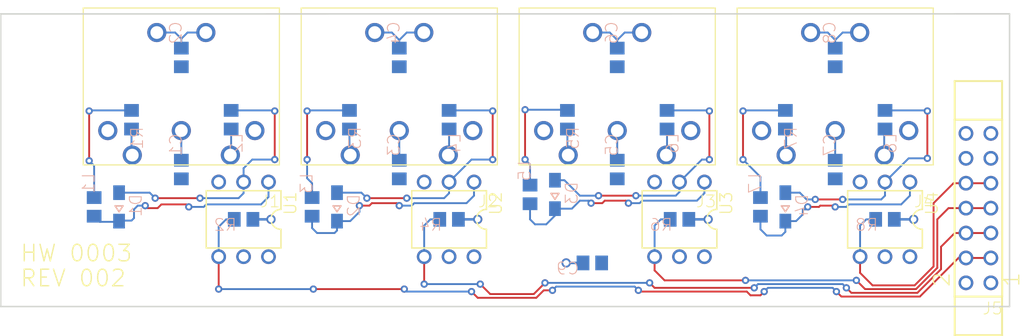
<source format=kicad_pcb>
(kicad_pcb (version 20171130) (host pcbnew 5.0.2+dfsg1-1)

  (general
    (thickness 1.6)
    (drawings 6)
    (tracks 313)
    (zones 0)
    (modules 41)
    (nets 49)
  )

  (page A4)
  (layers
    (0 Top signal)
    (31 Bottom signal)
    (32 B.Adhes user)
    (33 F.Adhes user)
    (34 B.Paste user)
    (35 F.Paste user)
    (36 B.SilkS user)
    (37 F.SilkS user)
    (38 B.Mask user)
    (39 F.Mask user)
    (40 Dwgs.User user)
    (41 Cmts.User user)
    (42 Eco1.User user)
    (43 Eco2.User user)
    (44 Edge.Cuts user)
    (45 Margin user)
    (46 B.CrtYd user)
    (47 F.CrtYd user)
    (48 B.Fab user)
    (49 F.Fab user)
  )

  (setup
    (last_trace_width 0.25)
    (trace_clearance 0.1778)
    (zone_clearance 0.508)
    (zone_45_only no)
    (trace_min 0.1905)
    (segment_width 0.2)
    (edge_width 0.15)
    (via_size 0.8)
    (via_drill 0.4)
    (via_min_size 0.4)
    (via_min_drill 0.3)
    (uvia_size 0.3)
    (uvia_drill 0.1)
    (uvias_allowed no)
    (uvia_min_size 0.2)
    (uvia_min_drill 0.1)
    (pcb_text_width 0.3)
    (pcb_text_size 1.5 1.5)
    (mod_edge_width 0.15)
    (mod_text_size 1 1)
    (mod_text_width 0.15)
    (pad_size 1.524 1.524)
    (pad_drill 0.762)
    (pad_to_mask_clearance 0.051)
    (solder_mask_min_width 0.25)
    (aux_axis_origin 0 0)
    (visible_elements FFFFFF7F)
    (pcbplotparams
      (layerselection 0x010fc_ffffffff)
      (usegerberextensions false)
      (usegerberattributes false)
      (usegerberadvancedattributes false)
      (creategerberjobfile false)
      (excludeedgelayer true)
      (linewidth 0.100000)
      (plotframeref false)
      (viasonmask false)
      (mode 1)
      (useauxorigin false)
      (hpglpennumber 1)
      (hpglpenspeed 20)
      (hpglpendiameter 15.000000)
      (psnegative false)
      (psa4output false)
      (plotreference true)
      (plotvalue true)
      (plotinvisibletext false)
      (padsonsilk false)
      (subtractmaskfromsilk false)
      (outputformat 1)
      (mirror false)
      (drillshape 1)
      (scaleselection 1)
      (outputdirectory ""))
  )

  (net 0 "")
  (net 1 GND)
  (net 2 +5V)
  (net 3 /M-L1)
  (net 4 /M-N1)
  (net 5 "Net-(C1-Pad1)")
  (net 6 "Net-(J1-PadP$3)")
  (net 7 "Net-(J1-PadP$1)")
  (net 8 "Net-(C2-Pad1)")
  (net 9 "Net-(D1-PadA)")
  (net 10 "Net-(D1-PadC)")
  (net 11 /D-IN1)
  (net 12 "Net-(U1-PadP$3)")
  (net 13 "Net-(L1-Pad1)")
  (net 14 "Net-(J5-Pad12)")
  (net 15 "Net-(J5-Pad11)")
  (net 16 /D-IN4)
  (net 17 /D-IN3)
  (net 18 /D-IN2)
  (net 19 /M-L2)
  (net 20 /M-N2)
  (net 21 "Net-(C3-Pad1)")
  (net 22 "Net-(J2-PadP$3)")
  (net 23 "Net-(J2-PadP$1)")
  (net 24 "Net-(C4-Pad1)")
  (net 25 "Net-(D2-PadA)")
  (net 26 "Net-(D2-PadC)")
  (net 27 "Net-(U2-PadP$3)")
  (net 28 "Net-(L3-Pad1)")
  (net 29 /M-L3)
  (net 30 /M-N3)
  (net 31 "Net-(C5-Pad1)")
  (net 32 "Net-(J3-PadP$3)")
  (net 33 "Net-(J3-PadP$1)")
  (net 34 "Net-(C6-Pad1)")
  (net 35 "Net-(D3-PadA)")
  (net 36 "Net-(D3-PadC)")
  (net 37 "Net-(U3-PadP$3)")
  (net 38 "Net-(L5-Pad1)")
  (net 39 /M-L4)
  (net 40 /M-N4)
  (net 41 "Net-(C7-Pad1)")
  (net 42 "Net-(J4-PadP$3)")
  (net 43 "Net-(J4-PadP$1)")
  (net 44 "Net-(C8-Pad1)")
  (net 45 "Net-(D4-PadA)")
  (net 46 "Net-(D4-PadC)")
  (net 47 "Net-(U4-PadP$3)")
  (net 48 "Net-(L7-Pad1)")

  (net_class Default "This is the default net class."
    (clearance 0.1778)
    (trace_width 0.25)
    (via_dia 0.8)
    (via_drill 0.4)
    (uvia_dia 0.3)
    (uvia_drill 0.1)
    (add_net +5V)
    (add_net /D-IN1)
    (add_net /D-IN2)
    (add_net /D-IN3)
    (add_net /D-IN4)
    (add_net /M-L1)
    (add_net /M-L2)
    (add_net /M-L3)
    (add_net /M-L4)
    (add_net /M-N1)
    (add_net /M-N2)
    (add_net /M-N3)
    (add_net /M-N4)
    (add_net GND)
    (add_net "Net-(C1-Pad1)")
    (add_net "Net-(C2-Pad1)")
    (add_net "Net-(C3-Pad1)")
    (add_net "Net-(C4-Pad1)")
    (add_net "Net-(C5-Pad1)")
    (add_net "Net-(C6-Pad1)")
    (add_net "Net-(C7-Pad1)")
    (add_net "Net-(C8-Pad1)")
    (add_net "Net-(D1-PadA)")
    (add_net "Net-(D1-PadC)")
    (add_net "Net-(D2-PadA)")
    (add_net "Net-(D2-PadC)")
    (add_net "Net-(D3-PadA)")
    (add_net "Net-(D3-PadC)")
    (add_net "Net-(D4-PadA)")
    (add_net "Net-(D4-PadC)")
    (add_net "Net-(J1-PadP$1)")
    (add_net "Net-(J1-PadP$3)")
    (add_net "Net-(J2-PadP$1)")
    (add_net "Net-(J2-PadP$3)")
    (add_net "Net-(J3-PadP$1)")
    (add_net "Net-(J3-PadP$3)")
    (add_net "Net-(J4-PadP$1)")
    (add_net "Net-(J4-PadP$3)")
    (add_net "Net-(J5-Pad11)")
    (add_net "Net-(J5-Pad12)")
    (add_net "Net-(L1-Pad1)")
    (add_net "Net-(L3-Pad1)")
    (add_net "Net-(L5-Pad1)")
    (add_net "Net-(L7-Pad1)")
    (add_net "Net-(U1-PadP$3)")
    (add_net "Net-(U2-PadP$3)")
    (add_net "Net-(U3-PadP$3)")
    (add_net "Net-(U4-PadP$3)")
  )

  (module "" (layer Top) (tedit 0) (tstamp 0)
    (at 100.8761 93.8911)
    (fp_text reference @HOLE0 (at 0 0) (layer F.SilkS) hide
      (effects (font (size 1.27 1.27) (thickness 0.15)))
    )
    (fp_text value "" (at 0 0) (layer F.SilkS)
      (effects (font (size 1.27 1.27) (thickness 0.15)))
    )
    (pad "" np_thru_hole circle (at 0 0) (size 3.9624 3.9624) (drill 3.9624) (layers *.Cu *.Mask))
  )

  (module "" (layer Top) (tedit 0) (tstamp 0)
    (at 149.1361 116.1161)
    (fp_text reference @HOLE1 (at 0 0) (layer F.SilkS) hide
      (effects (font (size 1.27 1.27) (thickness 0.15)))
    )
    (fp_text value "" (at 0 0) (layer F.SilkS)
      (effects (font (size 1.27 1.27) (thickness 0.15)))
    )
    (pad "" np_thru_hole circle (at 0 0) (size 3.9624 3.9624) (drill 3.9624) (layers *.Cu *.Mask))
  )

  (module "" (layer Top) (tedit 0) (tstamp 0)
    (at 196.1261 93.8911)
    (fp_text reference @HOLE2 (at 0 0) (layer F.SilkS) hide
      (effects (font (size 1.27 1.27) (thickness 0.15)))
    )
    (fp_text value "" (at 0 0) (layer F.SilkS)
      (effects (font (size 1.27 1.27) (thickness 0.15)))
    )
    (pad "" np_thru_hole circle (at 0 0) (size 3.9624 3.9624) (drill 3.9624) (layers *.Cu *.Mask))
  )

  (module "MIDI Input:SDS-50J" (layer Top) (tedit 0) (tstamp 5D1A07C6)
    (at 115.4811 91.9861 180)
    (path /283100E32CE6A523)
    (fp_text reference J1 (at -10.16 -16.51) (layer F.SilkS)
      (effects (font (size 1.2065 1.2065) (thickness 0.09652)) (justify right top))
    )
    (fp_text value SDS-50J (at -10.16 -15.24) (layer F.Fab)
      (effects (font (size 1.2065 1.2065) (thickness 0.09652)) (justify right top))
    )
    (fp_line (start -10 -13.5) (end -10 2.5) (layer F.SilkS) (width 0.127))
    (fp_line (start 10 -13.5) (end -10 -13.5) (layer F.SilkS) (width 0.127))
    (fp_line (start 10 2.5) (end 10 -13.5) (layer F.SilkS) (width 0.127))
    (fp_line (start -10 2.5) (end 10 2.5) (layer F.SilkS) (width 0.127))
    (pad "" np_thru_hole circle (at 7.5 -5 180) (size 2.4 2.4) (drill 2.4) (layers *.Cu *.Mask))
    (pad "" np_thru_hole circle (at -7.5 -5 180) (size 2.4 2.4) (drill 2.4) (layers *.Cu *.Mask))
    (pad P$5 thru_hole circle (at -5 -12.5 180) (size 1.95 1.95) (drill 1.3) (layers *.Cu *.Mask)
      (net 3 /M-L1) (solder_mask_margin 0.0762))
    (pad P$4 thru_hole circle (at 5 -12.5 180) (size 1.95 1.95) (drill 1.3) (layers *.Cu *.Mask)
      (net 4 /M-N1) (solder_mask_margin 0.0762))
    (pad P$2 thru_hole circle (at 0 -10 180) (size 1.95 1.95) (drill 1.3) (layers *.Cu *.Mask)
      (net 5 "Net-(C1-Pad1)") (solder_mask_margin 0.0762))
    (pad P$3 thru_hole circle (at -7.5 -10 180) (size 1.95 1.95) (drill 1.3) (layers *.Cu *.Mask)
      (net 6 "Net-(J1-PadP$3)") (solder_mask_margin 0.0762))
    (pad P$1 thru_hole circle (at 7.5 -10 180) (size 1.95 1.95) (drill 1.3) (layers *.Cu *.Mask)
      (net 7 "Net-(J1-PadP$1)") (solder_mask_margin 0.0762))
    (pad P$6 thru_hole circle (at 2.5 0 180) (size 1.95 1.95) (drill 1.3) (layers *.Cu *.Mask)
      (net 8 "Net-(C2-Pad1)") (solder_mask_margin 0.0762))
    (pad P$7 thru_hole circle (at -2.5 0 180) (size 1.95 1.95) (drill 1.3) (layers *.Cu *.Mask)
      (net 8 "Net-(C2-Pad1)") (solder_mask_margin 0.0762))
  )

  (module "MIDI Input:SOD323-W" (layer Bottom) (tedit 0) (tstamp 5D1A07D6)
    (at 109.1311 109.7661 90)
    (descr "<b>SOD323 Wave soldering</b> Philips SC01_Mounting_1996.pdf")
    (path /BE5F3F048D141E84)
    (fp_text reference D1 (at -1.1 1 90) (layer B.SilkS)
      (effects (font (size 1.2065 1.2065) (thickness 0.09652)) (justify right top mirror))
    )
    (fp_text value 1N914 (at -1.1 -2.3 90) (layer B.Fab)
      (effects (font (size 1.2065 1.2065) (thickness 0.09652)) (justify left bottom mirror))
    )
    (fp_poly (pts (xy -0.7 -0.7) (xy -0.5 -0.7) (xy -0.5 0.7) (xy -0.7 0.7)) (layer B.Fab) (width 0))
    (fp_line (start 0.1 -0.4) (end -0.5 0) (layer B.SilkS) (width 0.1524))
    (fp_line (start 0.1 0.4) (end 0.1 -0.4) (layer B.SilkS) (width 0.1524))
    (fp_line (start -0.5 0) (end 0.1 0.4) (layer B.SilkS) (width 0.1524))
    (fp_line (start -1 -0.7) (end -1 0.7) (layer B.Fab) (width 0.1524))
    (fp_line (start 1 -0.7) (end -1 -0.7) (layer B.Fab) (width 0.1524))
    (fp_line (start 1 0.7) (end 1 -0.7) (layer B.Fab) (width 0.1524))
    (fp_line (start -1 0.7) (end 1 0.7) (layer B.Fab) (width 0.1524))
    (pad A smd rect (at 1.45 0 90) (size 1.5 1.2) (layers Bottom B.Paste B.Mask)
      (net 9 "Net-(D1-PadA)") (solder_mask_margin 0.0762))
    (pad C smd rect (at -1.45 0 90) (size 1.5 1.2) (layers Bottom B.Paste B.Mask)
      (net 10 "Net-(D1-PadC)") (solder_mask_margin 0.0762))
  )

  (module "MIDI Input:DIL06" (layer Top) (tedit 0) (tstamp 5D1A07E3)
    (at 121.8311 111.0361 180)
    (descr "<b>Dual In Line Package</b>")
    (path /B89026D3F9562130)
    (fp_text reference U1 (at -4.064 2.921 90) (layer F.SilkS)
      (effects (font (size 1.2065 1.2065) (thickness 0.12065)) (justify right top))
    )
    (fp_text value PC900V (at -2.413 0.635) (layer F.Fab)
      (effects (font (size 1.2065 1.2065) (thickness 0.12065)) (justify right top))
    )
    (fp_arc (start -3.81 0) (end -3.81 -1.016) (angle 180) (layer F.SilkS) (width 0.1524))
    (fp_line (start -3.81 2.921) (end -3.81 1.016) (layer F.SilkS) (width 0.1524))
    (fp_line (start -3.81 -2.921) (end -3.81 -1.016) (layer F.SilkS) (width 0.1524))
    (fp_line (start 3.81 -2.921) (end 3.81 2.921) (layer F.SilkS) (width 0.1524))
    (fp_line (start -3.81 2.921) (end 3.81 2.921) (layer F.SilkS) (width 0.1524))
    (fp_line (start 3.81 -2.921) (end -3.81 -2.921) (layer F.SilkS) (width 0.1524))
    (pad P$6 thru_hole circle (at -2.54 -3.81 180) (size 1.5 1.5) (drill 1) (layers *.Cu *.Mask)
      (net 2 +5V) (solder_mask_margin 0.0762))
    (pad P$5 thru_hole circle (at 0 -3.81 180) (size 1.5 1.5) (drill 1) (layers *.Cu *.Mask)
      (net 1 GND) (solder_mask_margin 0.0762))
    (pad P$4 thru_hole circle (at 2.54 -3.81 180) (size 1.5 1.5) (drill 1) (layers *.Cu *.Mask)
      (net 11 /D-IN1) (solder_mask_margin 0.0762))
    (pad P$3 thru_hole circle (at 2.54 3.81 180) (size 1.5 1.5) (drill 1) (layers *.Cu *.Mask)
      (net 12 "Net-(U1-PadP$3)") (solder_mask_margin 0.0762))
    (pad P$2 thru_hole circle (at 0 3.81 180) (size 1.5 1.5) (drill 1) (layers *.Cu *.Mask)
      (net 9 "Net-(D1-PadA)") (solder_mask_margin 0.0762))
    (pad P$1 thru_hole circle (at -2.54 3.81 180) (size 1.5 1.5) (drill 1) (layers *.Cu *.Mask)
      (net 10 "Net-(D1-PadC)") (solder_mask_margin 0.0762))
  )

  (module "MIDI Input:L0805" (layer Bottom) (tedit 0) (tstamp 5D1A07F2)
    (at 106.5911 109.7661 270)
    (descr <b>CAPACITOR</b><p>)
    (path /B77988454CAB314C)
    (fp_text reference L1 (at -1.27 1.27 90) (layer B.SilkS)
      (effects (font (size 1.2065 1.2065) (thickness 0.09652)) (justify right top mirror))
    )
    (fp_text value BEAD (at -1.27 -2.54 90) (layer B.Fab)
      (effects (font (size 1.2065 1.2065) (thickness 0.09652)) (justify right top mirror))
    )
    (fp_poly (pts (xy -0.1001 -0.4001) (xy 0.1001 -0.4001) (xy 0.1001 0.4001) (xy -0.1001 0.4001)) (layer B.Adhes) (width 0))
    (fp_poly (pts (xy 0.3556 -0.7239) (xy 1.1057 -0.7239) (xy 1.1057 0.7262) (xy 0.3556 0.7262)) (layer B.Fab) (width 0))
    (fp_poly (pts (xy -1.0922 -0.7239) (xy -0.3421 -0.7239) (xy -0.3421 0.7262) (xy -1.0922 0.7262)) (layer B.Fab) (width 0))
    (fp_line (start 1.973 0.983) (end 1.973 -0.983) (layer Dwgs.User) (width 0.0508))
    (fp_line (start -0.356 -0.66) (end 0.381 -0.66) (layer B.Fab) (width 0.1016))
    (fp_line (start -0.381 0.66) (end 0.381 0.66) (layer B.Fab) (width 0.1016))
    (fp_line (start -1.973 -0.983) (end -1.973 0.983) (layer Dwgs.User) (width 0.0508))
    (fp_line (start 1.973 -0.983) (end -1.973 -0.983) (layer Dwgs.User) (width 0.0508))
    (fp_line (start -1.973 0.983) (end 1.973 0.983) (layer Dwgs.User) (width 0.0508))
    (pad 2 smd rect (at 0.95 0 270) (size 1.3 1.5) (layers Bottom B.Paste B.Mask)
      (net 10 "Net-(D1-PadC)") (solder_mask_margin 0.0762))
    (pad 1 smd rect (at -0.95 0 270) (size 1.3 1.5) (layers Bottom B.Paste B.Mask)
      (net 13 "Net-(L1-Pad1)") (solder_mask_margin 0.0762))
  )

  (module "MIDI Input:L0805" (layer Bottom) (tedit 0) (tstamp 5D1A0800)
    (at 120.5611 100.8761 90)
    (descr <b>CAPACITOR</b><p>)
    (path /14C0718777B97637)
    (fp_text reference L2 (at -1.27 1.27 90) (layer B.SilkS)
      (effects (font (size 1.2065 1.2065) (thickness 0.09652)) (justify left bottom mirror))
    )
    (fp_text value BEAD (at -1.27 -2.54 90) (layer B.Fab)
      (effects (font (size 1.2065 1.2065) (thickness 0.09652)) (justify left bottom mirror))
    )
    (fp_poly (pts (xy -0.1001 -0.4001) (xy 0.1001 -0.4001) (xy 0.1001 0.4001) (xy -0.1001 0.4001)) (layer B.Adhes) (width 0))
    (fp_poly (pts (xy 0.3556 -0.7239) (xy 1.1057 -0.7239) (xy 1.1057 0.7262) (xy 0.3556 0.7262)) (layer B.Fab) (width 0))
    (fp_poly (pts (xy -1.0922 -0.7239) (xy -0.3421 -0.7239) (xy -0.3421 0.7262) (xy -1.0922 0.7262)) (layer B.Fab) (width 0))
    (fp_line (start 1.973 0.983) (end 1.973 -0.983) (layer Dwgs.User) (width 0.0508))
    (fp_line (start -0.356 -0.66) (end 0.381 -0.66) (layer B.Fab) (width 0.1016))
    (fp_line (start -0.381 0.66) (end 0.381 0.66) (layer B.Fab) (width 0.1016))
    (fp_line (start -1.973 -0.983) (end -1.973 0.983) (layer Dwgs.User) (width 0.0508))
    (fp_line (start 1.973 -0.983) (end -1.973 -0.983) (layer Dwgs.User) (width 0.0508))
    (fp_line (start -1.973 0.983) (end 1.973 0.983) (layer Dwgs.User) (width 0.0508))
    (pad 2 smd rect (at 0.95 0 90) (size 1.3 1.5) (layers Bottom B.Paste B.Mask)
      (net 9 "Net-(D1-PadA)") (solder_mask_margin 0.0762))
    (pad 1 smd rect (at -0.95 0 90) (size 1.3 1.5) (layers Bottom B.Paste B.Mask)
      (net 3 /M-L1) (solder_mask_margin 0.0762))
  )

  (module "MIDI Input:C0805" (layer Bottom) (tedit 0) (tstamp 5D1A080E)
    (at 115.4811 94.5261 270)
    (descr <b>CAPACITOR</b><p>)
    (path /DE3531F169098DAB)
    (fp_text reference C2 (at -1.27 1.27 90) (layer B.SilkS)
      (effects (font (size 1.2065 1.2065) (thickness 0.09652)) (justify right top mirror))
    )
    (fp_text value 100n (at -1.27 -2.54 90) (layer B.Fab)
      (effects (font (size 1.2065 1.2065) (thickness 0.09652)) (justify right top mirror))
    )
    (fp_poly (pts (xy -0.1001 -0.4001) (xy 0.1001 -0.4001) (xy 0.1001 0.4001) (xy -0.1001 0.4001)) (layer B.Adhes) (width 0))
    (fp_poly (pts (xy 0.3556 -0.7239) (xy 1.1057 -0.7239) (xy 1.1057 0.7262) (xy 0.3556 0.7262)) (layer B.Fab) (width 0))
    (fp_poly (pts (xy -1.0922 -0.7239) (xy -0.3421 -0.7239) (xy -0.3421 0.7262) (xy -1.0922 0.7262)) (layer B.Fab) (width 0))
    (fp_line (start 1.973 0.983) (end 1.973 -0.983) (layer Dwgs.User) (width 0.0508))
    (fp_line (start -0.356 -0.66) (end 0.381 -0.66) (layer B.Fab) (width 0.1016))
    (fp_line (start -0.381 0.66) (end 0.381 0.66) (layer B.Fab) (width 0.1016))
    (fp_line (start -1.973 -0.983) (end -1.973 0.983) (layer Dwgs.User) (width 0.0508))
    (fp_line (start 1.973 -0.983) (end -1.973 -0.983) (layer Dwgs.User) (width 0.0508))
    (fp_line (start -1.973 0.983) (end 1.973 0.983) (layer Dwgs.User) (width 0.0508))
    (pad 2 smd rect (at 0.95 0 270) (size 1.3 1.5) (layers Bottom B.Paste B.Mask)
      (net 1 GND) (solder_mask_margin 0.0762))
    (pad 1 smd rect (at -0.95 0 270) (size 1.3 1.5) (layers Bottom B.Paste B.Mask)
      (net 8 "Net-(C2-Pad1)") (solder_mask_margin 0.0762))
  )

  (module "MIDI Input:R0805" (layer Bottom) (tedit 0) (tstamp 5D1A081C)
    (at 121.8311 111.0361)
    (descr <b>RESISTOR</b><p>)
    (path /16DED3C93C447EF2)
    (fp_text reference R2 (at -0.635 1.27) (layer B.SilkS)
      (effects (font (size 1.2065 1.2065) (thickness 0.09652)) (justify left bottom mirror))
    )
    (fp_text value 280 (at -0.635 -2.54) (layer B.Fab)
      (effects (font (size 1.2065 1.2065) (thickness 0.09652)) (justify right top mirror))
    )
    (fp_poly (pts (xy -0.1999 -0.5001) (xy 0.1999 -0.5001) (xy 0.1999 0.5001) (xy -0.1999 0.5001)) (layer B.Adhes) (width 0))
    (fp_poly (pts (xy -1.0668 -0.6985) (xy -0.4168 -0.6985) (xy -0.4168 0.7015) (xy -1.0668 0.7015)) (layer B.Fab) (width 0))
    (fp_poly (pts (xy 0.4064 -0.6985) (xy 1.0564 -0.6985) (xy 1.0564 0.7015) (xy 0.4064 0.7015)) (layer B.Fab) (width 0))
    (fp_line (start -1.973 -0.983) (end -1.973 0.983) (layer Dwgs.User) (width 0.0508))
    (fp_line (start 1.973 -0.983) (end -1.973 -0.983) (layer Dwgs.User) (width 0.0508))
    (fp_line (start 1.973 0.983) (end 1.973 -0.983) (layer Dwgs.User) (width 0.0508))
    (fp_line (start -1.973 0.983) (end 1.973 0.983) (layer Dwgs.User) (width 0.0508))
    (fp_line (start -0.41 -0.635) (end 0.41 -0.635) (layer B.Fab) (width 0.1524))
    (fp_line (start -0.41 0.635) (end 0.41 0.635) (layer B.Fab) (width 0.1524))
    (pad 2 smd rect (at 0.95 0) (size 1.3 1.5) (layers Bottom B.Paste B.Mask)
      (net 2 +5V) (solder_mask_margin 0.0762))
    (pad 1 smd rect (at -0.95 0) (size 1.3 1.5) (layers Bottom B.Paste B.Mask)
      (net 11 /D-IN1) (solder_mask_margin 0.0762))
  )

  (module "MIDI Input:C0805" (layer Bottom) (tedit 0) (tstamp 5D1A082A)
    (at 115.4811 105.9561 270)
    (descr <b>CAPACITOR</b><p>)
    (path /5902D293218CB388)
    (fp_text reference C1 (at -1.27 1.27 90) (layer B.SilkS)
      (effects (font (size 1.2065 1.2065) (thickness 0.09652)) (justify right top mirror))
    )
    (fp_text value 100n (at -1.27 -2.54 90) (layer B.Fab)
      (effects (font (size 1.2065 1.2065) (thickness 0.09652)) (justify right top mirror))
    )
    (fp_poly (pts (xy -0.1001 -0.4001) (xy 0.1001 -0.4001) (xy 0.1001 0.4001) (xy -0.1001 0.4001)) (layer B.Adhes) (width 0))
    (fp_poly (pts (xy 0.3556 -0.7239) (xy 1.1057 -0.7239) (xy 1.1057 0.7262) (xy 0.3556 0.7262)) (layer B.Fab) (width 0))
    (fp_poly (pts (xy -1.0922 -0.7239) (xy -0.3421 -0.7239) (xy -0.3421 0.7262) (xy -1.0922 0.7262)) (layer B.Fab) (width 0))
    (fp_line (start 1.973 0.983) (end 1.973 -0.983) (layer Dwgs.User) (width 0.0508))
    (fp_line (start -0.356 -0.66) (end 0.381 -0.66) (layer B.Fab) (width 0.1016))
    (fp_line (start -0.381 0.66) (end 0.381 0.66) (layer B.Fab) (width 0.1016))
    (fp_line (start -1.973 -0.983) (end -1.973 0.983) (layer Dwgs.User) (width 0.0508))
    (fp_line (start 1.973 -0.983) (end -1.973 -0.983) (layer Dwgs.User) (width 0.0508))
    (fp_line (start -1.973 0.983) (end 1.973 0.983) (layer Dwgs.User) (width 0.0508))
    (pad 2 smd rect (at 0.95 0 270) (size 1.3 1.5) (layers Bottom B.Paste B.Mask)
      (net 1 GND) (solder_mask_margin 0.0762))
    (pad 1 smd rect (at -0.95 0 270) (size 1.3 1.5) (layers Bottom B.Paste B.Mask)
      (net 5 "Net-(C1-Pad1)") (solder_mask_margin 0.0762))
  )

  (module "MIDI Input:SSW-107-02-G-D" (layer Top) (tedit 0) (tstamp 5D1A0838)
    (at 196.7611 109.8931 90)
    (descr "<b>THROUGH-HOLE .025\" SQ POST SOCKET</b><p>\nSource: Samtec SSW.pdf")
    (path /5E54C2290A445BA9)
    (fp_text reference J5 (at -9.525 2.54) (layer F.SilkS)
      (effects (font (size 1.2065 1.2065) (thickness 0.09652)) (justify right top))
    )
    (fp_text value SSW-107-02-G-D (at 10.795 2.54) (layer F.Fab)
      (effects (font (size 1.2065 1.2065) (thickness 0.09652)) (justify right top))
    )
    (fp_line (start 12.954 -2.413) (end 9.017 -2.413) (layer F.SilkS) (width 0.2032))
    (fp_line (start 12.954 2.413) (end 9.017 2.413) (layer F.SilkS) (width 0.2032))
    (fp_line (start 12.956 -2.425) (end 12.956 2.425) (layer F.SilkS) (width 0.2032))
    (fp_line (start -12.954 2.413) (end -9.017 2.413) (layer F.SilkS) (width 0.2032))
    (fp_line (start -12.954 -2.413) (end -9.017 -2.413) (layer F.SilkS) (width 0.2032))
    (fp_line (start -12.956 2.425) (end -12.956 -2.425) (layer F.SilkS) (width 0.2032))
    (fp_text user 2 (at -8.128 -2.794 90) (layer F.SilkS)
      (effects (font (size 1.59258 1.59258) (thickness 0.134112)) (justify left bottom))
    )
    (fp_text user 1 (at -8.128 4.318 90) (layer F.SilkS)
      (effects (font (size 1.59258 1.59258) (thickness 0.134112)) (justify left bottom))
    )
    (fp_line (start 6.875 -0.525) (end 6.875 -2.025) (layer F.Fab) (width 0.2032))
    (fp_line (start 8.375 -0.525) (end 6.875 -0.525) (layer F.Fab) (width 0.2032))
    (fp_line (start 8.375 -2.025) (end 8.375 -0.525) (layer F.Fab) (width 0.2032))
    (fp_line (start 6.875 -2.025) (end 8.375 -2.025) (layer F.Fab) (width 0.2032))
    (fp_line (start 6.875 2.015) (end 6.875 0.515) (layer F.Fab) (width 0.2032))
    (fp_line (start 8.375 2.015) (end 6.875 2.015) (layer F.Fab) (width 0.2032))
    (fp_line (start 8.375 0.515) (end 8.375 2.015) (layer F.Fab) (width 0.2032))
    (fp_line (start 6.875 0.515) (end 8.375 0.515) (layer F.Fab) (width 0.2032))
    (fp_line (start 4.335 -0.525) (end 4.335 -2.025) (layer F.Fab) (width 0.2032))
    (fp_line (start 5.835 -0.525) (end 4.335 -0.525) (layer F.Fab) (width 0.2032))
    (fp_line (start 5.835 -2.025) (end 5.835 -0.525) (layer F.Fab) (width 0.2032))
    (fp_line (start 4.335 -2.025) (end 5.835 -2.025) (layer F.Fab) (width 0.2032))
    (fp_line (start 4.335 2.015) (end 4.335 0.515) (layer F.Fab) (width 0.2032))
    (fp_line (start 5.835 2.015) (end 4.335 2.015) (layer F.Fab) (width 0.2032))
    (fp_line (start 5.835 0.515) (end 5.835 2.015) (layer F.Fab) (width 0.2032))
    (fp_line (start 4.335 0.515) (end 5.835 0.515) (layer F.Fab) (width 0.2032))
    (fp_line (start 1.795 -0.525) (end 1.795 -2.025) (layer F.Fab) (width 0.2032))
    (fp_line (start 3.295 -0.525) (end 1.795 -0.525) (layer F.Fab) (width 0.2032))
    (fp_line (start 3.295 -2.025) (end 3.295 -0.525) (layer F.Fab) (width 0.2032))
    (fp_line (start 1.795 -2.025) (end 3.295 -2.025) (layer F.Fab) (width 0.2032))
    (fp_line (start 1.795 2.015) (end 1.795 0.515) (layer F.Fab) (width 0.2032))
    (fp_line (start 3.295 2.015) (end 1.795 2.015) (layer F.Fab) (width 0.2032))
    (fp_line (start 3.295 0.515) (end 3.295 2.015) (layer F.Fab) (width 0.2032))
    (fp_line (start 1.795 0.515) (end 3.295 0.515) (layer F.Fab) (width 0.2032))
    (fp_line (start -0.745 -0.525) (end -0.745 -2.025) (layer F.Fab) (width 0.2032))
    (fp_line (start 0.755 -0.525) (end -0.745 -0.525) (layer F.Fab) (width 0.2032))
    (fp_line (start 0.755 -2.025) (end 0.755 -0.525) (layer F.Fab) (width 0.2032))
    (fp_line (start -0.745 -2.025) (end 0.755 -2.025) (layer F.Fab) (width 0.2032))
    (fp_line (start -0.745 2.015) (end -0.745 0.515) (layer F.Fab) (width 0.2032))
    (fp_line (start 0.755 2.015) (end -0.745 2.015) (layer F.Fab) (width 0.2032))
    (fp_line (start 0.755 0.515) (end 0.755 2.015) (layer F.Fab) (width 0.2032))
    (fp_line (start -0.745 0.515) (end 0.755 0.515) (layer F.Fab) (width 0.2032))
    (fp_line (start -3.285 -0.525) (end -3.285 -2.025) (layer F.Fab) (width 0.2032))
    (fp_line (start -1.785 -0.525) (end -3.285 -0.525) (layer F.Fab) (width 0.2032))
    (fp_line (start -1.785 -2.025) (end -1.785 -0.525) (layer F.Fab) (width 0.2032))
    (fp_line (start -3.285 -2.025) (end -1.785 -2.025) (layer F.Fab) (width 0.2032))
    (fp_line (start -3.285 2.015) (end -3.285 0.515) (layer F.Fab) (width 0.2032))
    (fp_line (start -1.785 2.015) (end -3.285 2.015) (layer F.Fab) (width 0.2032))
    (fp_line (start -1.785 0.515) (end -1.785 2.015) (layer F.Fab) (width 0.2032))
    (fp_line (start -3.285 0.515) (end -1.785 0.515) (layer F.Fab) (width 0.2032))
    (fp_line (start -5.825 -0.525) (end -5.825 -2.025) (layer F.Fab) (width 0.2032))
    (fp_line (start -4.325 -0.525) (end -5.825 -0.525) (layer F.Fab) (width 0.2032))
    (fp_line (start -4.325 -2.025) (end -4.325 -0.525) (layer F.Fab) (width 0.2032))
    (fp_line (start -5.825 -2.025) (end -4.325 -2.025) (layer F.Fab) (width 0.2032))
    (fp_line (start -5.825 2.015) (end -5.825 0.515) (layer F.Fab) (width 0.2032))
    (fp_line (start -4.325 2.015) (end -5.825 2.015) (layer F.Fab) (width 0.2032))
    (fp_line (start -4.325 0.515) (end -4.325 2.015) (layer F.Fab) (width 0.2032))
    (fp_line (start -5.825 0.515) (end -4.325 0.515) (layer F.Fab) (width 0.2032))
    (fp_line (start -8.365 -0.525) (end -8.365 -2.025) (layer F.Fab) (width 0.2032))
    (fp_line (start -6.865 -0.525) (end -8.365 -0.525) (layer F.Fab) (width 0.2032))
    (fp_line (start -6.865 -2.025) (end -6.865 -0.525) (layer F.Fab) (width 0.2032))
    (fp_line (start -8.365 -2.025) (end -6.865 -2.025) (layer F.Fab) (width 0.2032))
    (fp_line (start -8.365 2.015) (end -8.365 0.515) (layer F.Fab) (width 0.2032))
    (fp_line (start -6.865 2.015) (end -8.365 2.015) (layer F.Fab) (width 0.2032))
    (fp_line (start -6.865 0.515) (end -6.865 2.015) (layer F.Fab) (width 0.2032))
    (fp_line (start -8.365 0.515) (end -6.865 0.515) (layer F.Fab) (width 0.2032))
    (fp_line (start -9.019 2.425) (end -9.019 -2.425) (layer F.SilkS) (width 0.2032))
    (fp_line (start 9.019 2.425) (end -9.019 2.425) (layer F.SilkS) (width 0.2032))
    (fp_line (start 9.019 -2.425) (end 9.019 2.425) (layer F.SilkS) (width 0.2032))
    (fp_line (start -9.019 -2.425) (end 9.019 -2.425) (layer F.SilkS) (width 0.2032))
    (pad 14 thru_hole circle (at 7.62 -1.27 90) (size 1.5 1.5) (drill 1) (layers *.Cu *.Mask)
      (net 2 +5V) (solder_mask_margin 0.0762))
    (pad 13 thru_hole circle (at 7.62 1.27 90) (size 1.5 1.5) (drill 1) (layers *.Cu *.Mask)
      (net 1 GND) (solder_mask_margin 0.0762))
    (pad 12 thru_hole circle (at 5.08 -1.27 90) (size 1.5 1.5) (drill 1) (layers *.Cu *.Mask)
      (net 14 "Net-(J5-Pad12)") (solder_mask_margin 0.0762))
    (pad 11 thru_hole circle (at 5.08 1.27 90) (size 1.5 1.5) (drill 1) (layers *.Cu *.Mask)
      (net 15 "Net-(J5-Pad11)") (solder_mask_margin 0.0762))
    (pad 10 thru_hole circle (at 2.54 -1.27 90) (size 1.5 1.5) (drill 1) (layers *.Cu *.Mask)
      (net 16 /D-IN4) (solder_mask_margin 0.0762))
    (pad 9 thru_hole circle (at 2.54 1.27 90) (size 1.5 1.5) (drill 1) (layers *.Cu *.Mask)
      (net 16 /D-IN4) (solder_mask_margin 0.0762))
    (pad 8 thru_hole circle (at 0 -1.27 90) (size 1.5 1.5) (drill 1) (layers *.Cu *.Mask)
      (net 17 /D-IN3) (solder_mask_margin 0.0762))
    (pad 7 thru_hole circle (at 0 1.27 90) (size 1.5 1.5) (drill 1) (layers *.Cu *.Mask)
      (net 17 /D-IN3) (solder_mask_margin 0.0762))
    (pad 6 thru_hole circle (at -2.54 -1.27 90) (size 1.5 1.5) (drill 1) (layers *.Cu *.Mask)
      (net 18 /D-IN2) (solder_mask_margin 0.0762))
    (pad 5 thru_hole circle (at -2.54 1.27 90) (size 1.5 1.5) (drill 1) (layers *.Cu *.Mask)
      (net 18 /D-IN2) (solder_mask_margin 0.0762))
    (pad 4 thru_hole circle (at -5.08 -1.27 90) (size 1.5 1.5) (drill 1) (layers *.Cu *.Mask)
      (net 11 /D-IN1) (solder_mask_margin 0.0762))
    (pad 3 thru_hole circle (at -5.08 1.27 90) (size 1.5 1.5) (drill 1) (layers *.Cu *.Mask)
      (net 11 /D-IN1) (solder_mask_margin 0.0762))
    (pad 2 thru_hole circle (at -7.62 -1.27 90) (size 1.5 1.5) (drill 1) (layers *.Cu *.Mask)
      (net 1 GND) (solder_mask_margin 0.0762))
    (pad 1 thru_hole circle (at -7.62 1.27 90) (size 1.5 1.5) (drill 1) (layers *.Cu *.Mask)
      (net 2 +5V) (solder_mask_margin 0.0762))
  )

  (module "MIDI Input:R0805" (layer Bottom) (tedit 0) (tstamp 5D1A088D)
    (at 110.4011 100.8761 90)
    (descr <b>RESISTOR</b><p>)
    (path /93D0125A34554CA9)
    (fp_text reference R1 (at -0.635 1.27 90) (layer B.SilkS)
      (effects (font (size 1.2065 1.2065) (thickness 0.09652)) (justify left bottom mirror))
    )
    (fp_text value 220 (at -0.635 -2.54 90) (layer B.Fab)
      (effects (font (size 1.2065 1.2065) (thickness 0.09652)) (justify left bottom mirror))
    )
    (fp_poly (pts (xy -0.1999 -0.5001) (xy 0.1999 -0.5001) (xy 0.1999 0.5001) (xy -0.1999 0.5001)) (layer B.Adhes) (width 0))
    (fp_poly (pts (xy -1.0668 -0.6985) (xy -0.4168 -0.6985) (xy -0.4168 0.7015) (xy -1.0668 0.7015)) (layer B.Fab) (width 0))
    (fp_poly (pts (xy 0.4064 -0.6985) (xy 1.0564 -0.6985) (xy 1.0564 0.7015) (xy 0.4064 0.7015)) (layer B.Fab) (width 0))
    (fp_line (start -1.973 -0.983) (end -1.973 0.983) (layer Dwgs.User) (width 0.0508))
    (fp_line (start 1.973 -0.983) (end -1.973 -0.983) (layer Dwgs.User) (width 0.0508))
    (fp_line (start 1.973 0.983) (end 1.973 -0.983) (layer Dwgs.User) (width 0.0508))
    (fp_line (start -1.973 0.983) (end 1.973 0.983) (layer Dwgs.User) (width 0.0508))
    (fp_line (start -0.41 -0.635) (end 0.41 -0.635) (layer B.Fab) (width 0.1524))
    (fp_line (start -0.41 0.635) (end 0.41 0.635) (layer B.Fab) (width 0.1524))
    (pad 2 smd rect (at 0.95 0 90) (size 1.3 1.5) (layers Bottom B.Paste B.Mask)
      (net 13 "Net-(L1-Pad1)") (solder_mask_margin 0.0762))
    (pad 1 smd rect (at -0.95 0 90) (size 1.3 1.5) (layers Bottom B.Paste B.Mask)
      (net 4 /M-N1) (solder_mask_margin 0.0762))
  )

  (module "MIDI Input:SDS-50J" (layer Top) (tedit 0) (tstamp 5D1A089B)
    (at 137.7061 91.9861 180)
    (path /9C1E943F2D55355)
    (fp_text reference J2 (at -10.16 -16.51) (layer F.SilkS)
      (effects (font (size 1.2065 1.2065) (thickness 0.09652)) (justify right top))
    )
    (fp_text value SDS-50J (at -10.16 -15.24) (layer F.Fab)
      (effects (font (size 1.2065 1.2065) (thickness 0.09652)) (justify right top))
    )
    (fp_line (start -10 -13.5) (end -10 2.5) (layer F.SilkS) (width 0.127))
    (fp_line (start 10 -13.5) (end -10 -13.5) (layer F.SilkS) (width 0.127))
    (fp_line (start 10 2.5) (end 10 -13.5) (layer F.SilkS) (width 0.127))
    (fp_line (start -10 2.5) (end 10 2.5) (layer F.SilkS) (width 0.127))
    (pad "" np_thru_hole circle (at 7.5 -5 180) (size 2.4 2.4) (drill 2.4) (layers *.Cu *.Mask))
    (pad "" np_thru_hole circle (at -7.5 -5 180) (size 2.4 2.4) (drill 2.4) (layers *.Cu *.Mask))
    (pad P$5 thru_hole circle (at -5 -12.5 180) (size 1.95 1.95) (drill 1.3) (layers *.Cu *.Mask)
      (net 19 /M-L2) (solder_mask_margin 0.0762))
    (pad P$4 thru_hole circle (at 5 -12.5 180) (size 1.95 1.95) (drill 1.3) (layers *.Cu *.Mask)
      (net 20 /M-N2) (solder_mask_margin 0.0762))
    (pad P$2 thru_hole circle (at 0 -10 180) (size 1.95 1.95) (drill 1.3) (layers *.Cu *.Mask)
      (net 21 "Net-(C3-Pad1)") (solder_mask_margin 0.0762))
    (pad P$3 thru_hole circle (at -7.5 -10 180) (size 1.95 1.95) (drill 1.3) (layers *.Cu *.Mask)
      (net 22 "Net-(J2-PadP$3)") (solder_mask_margin 0.0762))
    (pad P$1 thru_hole circle (at 7.5 -10 180) (size 1.95 1.95) (drill 1.3) (layers *.Cu *.Mask)
      (net 23 "Net-(J2-PadP$1)") (solder_mask_margin 0.0762))
    (pad P$6 thru_hole circle (at 2.5 0 180) (size 1.95 1.95) (drill 1.3) (layers *.Cu *.Mask)
      (net 24 "Net-(C4-Pad1)") (solder_mask_margin 0.0762))
    (pad P$7 thru_hole circle (at -2.5 0 180) (size 1.95 1.95) (drill 1.3) (layers *.Cu *.Mask)
      (net 24 "Net-(C4-Pad1)") (solder_mask_margin 0.0762))
  )

  (module "MIDI Input:SOD323-W" (layer Bottom) (tedit 0) (tstamp 5D1A08AB)
    (at 131.3561 109.7661 90)
    (descr "<b>SOD323 Wave soldering</b> Philips SC01_Mounting_1996.pdf")
    (path /4C475A1A20478EC3)
    (fp_text reference D2 (at -1.1 1 90) (layer B.SilkS)
      (effects (font (size 1.2065 1.2065) (thickness 0.09652)) (justify right top mirror))
    )
    (fp_text value 1N914 (at -1.1 -2.3 90) (layer B.Fab)
      (effects (font (size 1.2065 1.2065) (thickness 0.09652)) (justify left bottom mirror))
    )
    (fp_poly (pts (xy -0.7 -0.7) (xy -0.5 -0.7) (xy -0.5 0.7) (xy -0.7 0.7)) (layer B.Fab) (width 0))
    (fp_line (start 0.1 -0.4) (end -0.5 0) (layer B.SilkS) (width 0.1524))
    (fp_line (start 0.1 0.4) (end 0.1 -0.4) (layer B.SilkS) (width 0.1524))
    (fp_line (start -0.5 0) (end 0.1 0.4) (layer B.SilkS) (width 0.1524))
    (fp_line (start -1 -0.7) (end -1 0.7) (layer B.Fab) (width 0.1524))
    (fp_line (start 1 -0.7) (end -1 -0.7) (layer B.Fab) (width 0.1524))
    (fp_line (start 1 0.7) (end 1 -0.7) (layer B.Fab) (width 0.1524))
    (fp_line (start -1 0.7) (end 1 0.7) (layer B.Fab) (width 0.1524))
    (pad A smd rect (at 1.45 0 90) (size 1.5 1.2) (layers Bottom B.Paste B.Mask)
      (net 25 "Net-(D2-PadA)") (solder_mask_margin 0.0762))
    (pad C smd rect (at -1.45 0 90) (size 1.5 1.2) (layers Bottom B.Paste B.Mask)
      (net 26 "Net-(D2-PadC)") (solder_mask_margin 0.0762))
  )

  (module "MIDI Input:DIL06" (layer Top) (tedit 0) (tstamp 5D1A08B8)
    (at 142.7861 111.0361 180)
    (descr "<b>Dual In Line Package</b>")
    (path /23E9B31BC2DEB937)
    (fp_text reference U2 (at -4.064 2.921 90) (layer F.SilkS)
      (effects (font (size 1.2065 1.2065) (thickness 0.12065)) (justify right top))
    )
    (fp_text value PC900V (at -2.413 0.635) (layer F.Fab)
      (effects (font (size 1.2065 1.2065) (thickness 0.12065)) (justify right top))
    )
    (fp_arc (start -3.81 0) (end -3.81 -1.016) (angle 180) (layer F.SilkS) (width 0.1524))
    (fp_line (start -3.81 2.921) (end -3.81 1.016) (layer F.SilkS) (width 0.1524))
    (fp_line (start -3.81 -2.921) (end -3.81 -1.016) (layer F.SilkS) (width 0.1524))
    (fp_line (start 3.81 -2.921) (end 3.81 2.921) (layer F.SilkS) (width 0.1524))
    (fp_line (start -3.81 2.921) (end 3.81 2.921) (layer F.SilkS) (width 0.1524))
    (fp_line (start 3.81 -2.921) (end -3.81 -2.921) (layer F.SilkS) (width 0.1524))
    (pad P$6 thru_hole circle (at -2.54 -3.81 180) (size 1.5 1.5) (drill 1) (layers *.Cu *.Mask)
      (net 2 +5V) (solder_mask_margin 0.0762))
    (pad P$5 thru_hole circle (at 0 -3.81 180) (size 1.5 1.5) (drill 1) (layers *.Cu *.Mask)
      (net 1 GND) (solder_mask_margin 0.0762))
    (pad P$4 thru_hole circle (at 2.54 -3.81 180) (size 1.5 1.5) (drill 1) (layers *.Cu *.Mask)
      (net 18 /D-IN2) (solder_mask_margin 0.0762))
    (pad P$3 thru_hole circle (at 2.54 3.81 180) (size 1.5 1.5) (drill 1) (layers *.Cu *.Mask)
      (net 27 "Net-(U2-PadP$3)") (solder_mask_margin 0.0762))
    (pad P$2 thru_hole circle (at 0 3.81 180) (size 1.5 1.5) (drill 1) (layers *.Cu *.Mask)
      (net 25 "Net-(D2-PadA)") (solder_mask_margin 0.0762))
    (pad P$1 thru_hole circle (at -2.54 3.81 180) (size 1.5 1.5) (drill 1) (layers *.Cu *.Mask)
      (net 26 "Net-(D2-PadC)") (solder_mask_margin 0.0762))
  )

  (module "MIDI Input:L0805" (layer Bottom) (tedit 0) (tstamp 5D1A08C7)
    (at 128.8161 109.7661 270)
    (descr <b>CAPACITOR</b><p>)
    (path /FA53E63416675DB9)
    (fp_text reference L3 (at -1.27 1.27 90) (layer B.SilkS)
      (effects (font (size 1.2065 1.2065) (thickness 0.09652)) (justify right top mirror))
    )
    (fp_text value BEAD (at -1.27 -2.54 90) (layer B.Fab)
      (effects (font (size 1.2065 1.2065) (thickness 0.09652)) (justify right top mirror))
    )
    (fp_poly (pts (xy -0.1001 -0.4001) (xy 0.1001 -0.4001) (xy 0.1001 0.4001) (xy -0.1001 0.4001)) (layer B.Adhes) (width 0))
    (fp_poly (pts (xy 0.3556 -0.7239) (xy 1.1057 -0.7239) (xy 1.1057 0.7262) (xy 0.3556 0.7262)) (layer B.Fab) (width 0))
    (fp_poly (pts (xy -1.0922 -0.7239) (xy -0.3421 -0.7239) (xy -0.3421 0.7262) (xy -1.0922 0.7262)) (layer B.Fab) (width 0))
    (fp_line (start 1.973 0.983) (end 1.973 -0.983) (layer Dwgs.User) (width 0.0508))
    (fp_line (start -0.356 -0.66) (end 0.381 -0.66) (layer B.Fab) (width 0.1016))
    (fp_line (start -0.381 0.66) (end 0.381 0.66) (layer B.Fab) (width 0.1016))
    (fp_line (start -1.973 -0.983) (end -1.973 0.983) (layer Dwgs.User) (width 0.0508))
    (fp_line (start 1.973 -0.983) (end -1.973 -0.983) (layer Dwgs.User) (width 0.0508))
    (fp_line (start -1.973 0.983) (end 1.973 0.983) (layer Dwgs.User) (width 0.0508))
    (pad 2 smd rect (at 0.95 0 270) (size 1.3 1.5) (layers Bottom B.Paste B.Mask)
      (net 26 "Net-(D2-PadC)") (solder_mask_margin 0.0762))
    (pad 1 smd rect (at -0.95 0 270) (size 1.3 1.5) (layers Bottom B.Paste B.Mask)
      (net 28 "Net-(L3-Pad1)") (solder_mask_margin 0.0762))
  )

  (module "MIDI Input:L0805" (layer Bottom) (tedit 0) (tstamp 5D1A08D5)
    (at 142.7861 100.8761 90)
    (descr <b>CAPACITOR</b><p>)
    (path /B6A816D7AC177953)
    (fp_text reference L4 (at -1.27 1.27 90) (layer B.SilkS)
      (effects (font (size 1.2065 1.2065) (thickness 0.09652)) (justify left bottom mirror))
    )
    (fp_text value BEAD (at -1.27 -2.54 90) (layer B.Fab)
      (effects (font (size 1.2065 1.2065) (thickness 0.09652)) (justify left bottom mirror))
    )
    (fp_poly (pts (xy -0.1001 -0.4001) (xy 0.1001 -0.4001) (xy 0.1001 0.4001) (xy -0.1001 0.4001)) (layer B.Adhes) (width 0))
    (fp_poly (pts (xy 0.3556 -0.7239) (xy 1.1057 -0.7239) (xy 1.1057 0.7262) (xy 0.3556 0.7262)) (layer B.Fab) (width 0))
    (fp_poly (pts (xy -1.0922 -0.7239) (xy -0.3421 -0.7239) (xy -0.3421 0.7262) (xy -1.0922 0.7262)) (layer B.Fab) (width 0))
    (fp_line (start 1.973 0.983) (end 1.973 -0.983) (layer Dwgs.User) (width 0.0508))
    (fp_line (start -0.356 -0.66) (end 0.381 -0.66) (layer B.Fab) (width 0.1016))
    (fp_line (start -0.381 0.66) (end 0.381 0.66) (layer B.Fab) (width 0.1016))
    (fp_line (start -1.973 -0.983) (end -1.973 0.983) (layer Dwgs.User) (width 0.0508))
    (fp_line (start 1.973 -0.983) (end -1.973 -0.983) (layer Dwgs.User) (width 0.0508))
    (fp_line (start -1.973 0.983) (end 1.973 0.983) (layer Dwgs.User) (width 0.0508))
    (pad 2 smd rect (at 0.95 0 90) (size 1.3 1.5) (layers Bottom B.Paste B.Mask)
      (net 25 "Net-(D2-PadA)") (solder_mask_margin 0.0762))
    (pad 1 smd rect (at -0.95 0 90) (size 1.3 1.5) (layers Bottom B.Paste B.Mask)
      (net 19 /M-L2) (solder_mask_margin 0.0762))
  )

  (module "MIDI Input:C0805" (layer Bottom) (tedit 0) (tstamp 5D1A08E3)
    (at 137.7061 94.5261 270)
    (descr <b>CAPACITOR</b><p>)
    (path /26C241BB284EA6E9)
    (fp_text reference C4 (at -1.27 1.27 90) (layer B.SilkS)
      (effects (font (size 1.2065 1.2065) (thickness 0.09652)) (justify right top mirror))
    )
    (fp_text value 100n (at -1.27 -2.54 90) (layer B.Fab)
      (effects (font (size 1.2065 1.2065) (thickness 0.09652)) (justify right top mirror))
    )
    (fp_poly (pts (xy -0.1001 -0.4001) (xy 0.1001 -0.4001) (xy 0.1001 0.4001) (xy -0.1001 0.4001)) (layer B.Adhes) (width 0))
    (fp_poly (pts (xy 0.3556 -0.7239) (xy 1.1057 -0.7239) (xy 1.1057 0.7262) (xy 0.3556 0.7262)) (layer B.Fab) (width 0))
    (fp_poly (pts (xy -1.0922 -0.7239) (xy -0.3421 -0.7239) (xy -0.3421 0.7262) (xy -1.0922 0.7262)) (layer B.Fab) (width 0))
    (fp_line (start 1.973 0.983) (end 1.973 -0.983) (layer Dwgs.User) (width 0.0508))
    (fp_line (start -0.356 -0.66) (end 0.381 -0.66) (layer B.Fab) (width 0.1016))
    (fp_line (start -0.381 0.66) (end 0.381 0.66) (layer B.Fab) (width 0.1016))
    (fp_line (start -1.973 -0.983) (end -1.973 0.983) (layer Dwgs.User) (width 0.0508))
    (fp_line (start 1.973 -0.983) (end -1.973 -0.983) (layer Dwgs.User) (width 0.0508))
    (fp_line (start -1.973 0.983) (end 1.973 0.983) (layer Dwgs.User) (width 0.0508))
    (pad 2 smd rect (at 0.95 0 270) (size 1.3 1.5) (layers Bottom B.Paste B.Mask)
      (net 1 GND) (solder_mask_margin 0.0762))
    (pad 1 smd rect (at -0.95 0 270) (size 1.3 1.5) (layers Bottom B.Paste B.Mask)
      (net 24 "Net-(C4-Pad1)") (solder_mask_margin 0.0762))
  )

  (module "MIDI Input:R0805" (layer Bottom) (tedit 0) (tstamp 5D1A08F1)
    (at 142.7861 111.0361)
    (descr <b>RESISTOR</b><p>)
    (path /110D68DC2524BAE0)
    (fp_text reference R4 (at -0.635 1.27) (layer B.SilkS)
      (effects (font (size 1.2065 1.2065) (thickness 0.09652)) (justify left bottom mirror))
    )
    (fp_text value 280 (at -0.635 -2.54) (layer B.Fab)
      (effects (font (size 1.2065 1.2065) (thickness 0.09652)) (justify right top mirror))
    )
    (fp_poly (pts (xy -0.1999 -0.5001) (xy 0.1999 -0.5001) (xy 0.1999 0.5001) (xy -0.1999 0.5001)) (layer B.Adhes) (width 0))
    (fp_poly (pts (xy -1.0668 -0.6985) (xy -0.4168 -0.6985) (xy -0.4168 0.7015) (xy -1.0668 0.7015)) (layer B.Fab) (width 0))
    (fp_poly (pts (xy 0.4064 -0.6985) (xy 1.0564 -0.6985) (xy 1.0564 0.7015) (xy 0.4064 0.7015)) (layer B.Fab) (width 0))
    (fp_line (start -1.973 -0.983) (end -1.973 0.983) (layer Dwgs.User) (width 0.0508))
    (fp_line (start 1.973 -0.983) (end -1.973 -0.983) (layer Dwgs.User) (width 0.0508))
    (fp_line (start 1.973 0.983) (end 1.973 -0.983) (layer Dwgs.User) (width 0.0508))
    (fp_line (start -1.973 0.983) (end 1.973 0.983) (layer Dwgs.User) (width 0.0508))
    (fp_line (start -0.41 -0.635) (end 0.41 -0.635) (layer B.Fab) (width 0.1524))
    (fp_line (start -0.41 0.635) (end 0.41 0.635) (layer B.Fab) (width 0.1524))
    (pad 2 smd rect (at 0.95 0) (size 1.3 1.5) (layers Bottom B.Paste B.Mask)
      (net 2 +5V) (solder_mask_margin 0.0762))
    (pad 1 smd rect (at -0.95 0) (size 1.3 1.5) (layers Bottom B.Paste B.Mask)
      (net 18 /D-IN2) (solder_mask_margin 0.0762))
  )

  (module "MIDI Input:C0805" (layer Bottom) (tedit 0) (tstamp 5D1A08FF)
    (at 137.7061 105.9561 270)
    (descr <b>CAPACITOR</b><p>)
    (path /C6DC1DB80AE61553)
    (fp_text reference C3 (at -1.27 1.27 90) (layer B.SilkS)
      (effects (font (size 1.2065 1.2065) (thickness 0.09652)) (justify right top mirror))
    )
    (fp_text value 100n (at -1.27 -2.54 90) (layer B.Fab)
      (effects (font (size 1.2065 1.2065) (thickness 0.09652)) (justify right top mirror))
    )
    (fp_poly (pts (xy -0.1001 -0.4001) (xy 0.1001 -0.4001) (xy 0.1001 0.4001) (xy -0.1001 0.4001)) (layer B.Adhes) (width 0))
    (fp_poly (pts (xy 0.3556 -0.7239) (xy 1.1057 -0.7239) (xy 1.1057 0.7262) (xy 0.3556 0.7262)) (layer B.Fab) (width 0))
    (fp_poly (pts (xy -1.0922 -0.7239) (xy -0.3421 -0.7239) (xy -0.3421 0.7262) (xy -1.0922 0.7262)) (layer B.Fab) (width 0))
    (fp_line (start 1.973 0.983) (end 1.973 -0.983) (layer Dwgs.User) (width 0.0508))
    (fp_line (start -0.356 -0.66) (end 0.381 -0.66) (layer B.Fab) (width 0.1016))
    (fp_line (start -0.381 0.66) (end 0.381 0.66) (layer B.Fab) (width 0.1016))
    (fp_line (start -1.973 -0.983) (end -1.973 0.983) (layer Dwgs.User) (width 0.0508))
    (fp_line (start 1.973 -0.983) (end -1.973 -0.983) (layer Dwgs.User) (width 0.0508))
    (fp_line (start -1.973 0.983) (end 1.973 0.983) (layer Dwgs.User) (width 0.0508))
    (pad 2 smd rect (at 0.95 0 270) (size 1.3 1.5) (layers Bottom B.Paste B.Mask)
      (net 1 GND) (solder_mask_margin 0.0762))
    (pad 1 smd rect (at -0.95 0 270) (size 1.3 1.5) (layers Bottom B.Paste B.Mask)
      (net 21 "Net-(C3-Pad1)") (solder_mask_margin 0.0762))
  )

  (module "MIDI Input:R0805" (layer Bottom) (tedit 0) (tstamp 5D1A090D)
    (at 132.6261 100.8761 90)
    (descr <b>RESISTOR</b><p>)
    (path /59B9ECA6ABEDB9F7)
    (fp_text reference R3 (at -0.635 1.27 90) (layer B.SilkS)
      (effects (font (size 1.2065 1.2065) (thickness 0.09652)) (justify left bottom mirror))
    )
    (fp_text value 220 (at -0.635 -2.54 90) (layer B.Fab)
      (effects (font (size 1.2065 1.2065) (thickness 0.09652)) (justify left bottom mirror))
    )
    (fp_poly (pts (xy -0.1999 -0.5001) (xy 0.1999 -0.5001) (xy 0.1999 0.5001) (xy -0.1999 0.5001)) (layer B.Adhes) (width 0))
    (fp_poly (pts (xy -1.0668 -0.6985) (xy -0.4168 -0.6985) (xy -0.4168 0.7015) (xy -1.0668 0.7015)) (layer B.Fab) (width 0))
    (fp_poly (pts (xy 0.4064 -0.6985) (xy 1.0564 -0.6985) (xy 1.0564 0.7015) (xy 0.4064 0.7015)) (layer B.Fab) (width 0))
    (fp_line (start -1.973 -0.983) (end -1.973 0.983) (layer Dwgs.User) (width 0.0508))
    (fp_line (start 1.973 -0.983) (end -1.973 -0.983) (layer Dwgs.User) (width 0.0508))
    (fp_line (start 1.973 0.983) (end 1.973 -0.983) (layer Dwgs.User) (width 0.0508))
    (fp_line (start -1.973 0.983) (end 1.973 0.983) (layer Dwgs.User) (width 0.0508))
    (fp_line (start -0.41 -0.635) (end 0.41 -0.635) (layer B.Fab) (width 0.1524))
    (fp_line (start -0.41 0.635) (end 0.41 0.635) (layer B.Fab) (width 0.1524))
    (pad 2 smd rect (at 0.95 0 90) (size 1.3 1.5) (layers Bottom B.Paste B.Mask)
      (net 28 "Net-(L3-Pad1)") (solder_mask_margin 0.0762))
    (pad 1 smd rect (at -0.95 0 90) (size 1.3 1.5) (layers Bottom B.Paste B.Mask)
      (net 20 /M-N2) (solder_mask_margin 0.0762))
  )

  (module "MIDI Input:SDS-50J" (layer Top) (tedit 0) (tstamp 5D1A091B)
    (at 159.9311 91.9861 180)
    (path /578A72FFD6A0AFFD)
    (fp_text reference J3 (at -10.16 -16.51) (layer F.SilkS)
      (effects (font (size 1.2065 1.2065) (thickness 0.09652)) (justify right top))
    )
    (fp_text value SDS-50J (at -10.16 -15.24) (layer F.Fab)
      (effects (font (size 1.2065 1.2065) (thickness 0.09652)) (justify right top))
    )
    (fp_line (start -10 -13.5) (end -10 2.5) (layer F.SilkS) (width 0.127))
    (fp_line (start 10 -13.5) (end -10 -13.5) (layer F.SilkS) (width 0.127))
    (fp_line (start 10 2.5) (end 10 -13.5) (layer F.SilkS) (width 0.127))
    (fp_line (start -10 2.5) (end 10 2.5) (layer F.SilkS) (width 0.127))
    (pad "" np_thru_hole circle (at 7.5 -5 180) (size 2.4 2.4) (drill 2.4) (layers *.Cu *.Mask))
    (pad "" np_thru_hole circle (at -7.5 -5 180) (size 2.4 2.4) (drill 2.4) (layers *.Cu *.Mask))
    (pad P$5 thru_hole circle (at -5 -12.5 180) (size 1.95 1.95) (drill 1.3) (layers *.Cu *.Mask)
      (net 29 /M-L3) (solder_mask_margin 0.0762))
    (pad P$4 thru_hole circle (at 5 -12.5 180) (size 1.95 1.95) (drill 1.3) (layers *.Cu *.Mask)
      (net 30 /M-N3) (solder_mask_margin 0.0762))
    (pad P$2 thru_hole circle (at 0 -10 180) (size 1.95 1.95) (drill 1.3) (layers *.Cu *.Mask)
      (net 31 "Net-(C5-Pad1)") (solder_mask_margin 0.0762))
    (pad P$3 thru_hole circle (at -7.5 -10 180) (size 1.95 1.95) (drill 1.3) (layers *.Cu *.Mask)
      (net 32 "Net-(J3-PadP$3)") (solder_mask_margin 0.0762))
    (pad P$1 thru_hole circle (at 7.5 -10 180) (size 1.95 1.95) (drill 1.3) (layers *.Cu *.Mask)
      (net 33 "Net-(J3-PadP$1)") (solder_mask_margin 0.0762))
    (pad P$6 thru_hole circle (at 2.5 0 180) (size 1.95 1.95) (drill 1.3) (layers *.Cu *.Mask)
      (net 34 "Net-(C6-Pad1)") (solder_mask_margin 0.0762))
    (pad P$7 thru_hole circle (at -2.5 0 180) (size 1.95 1.95) (drill 1.3) (layers *.Cu *.Mask)
      (net 34 "Net-(C6-Pad1)") (solder_mask_margin 0.0762))
  )

  (module "MIDI Input:SOD323-W" (layer Bottom) (tedit 0) (tstamp 5D1A092B)
    (at 153.5811 108.4961 90)
    (descr "<b>SOD323 Wave soldering</b> Philips SC01_Mounting_1996.pdf")
    (path /40D44ED439967F7A)
    (fp_text reference D3 (at -1.1 1 90) (layer B.SilkS)
      (effects (font (size 1.2065 1.2065) (thickness 0.09652)) (justify right top mirror))
    )
    (fp_text value 1N914 (at -1.1 -2.3 90) (layer B.Fab)
      (effects (font (size 1.2065 1.2065) (thickness 0.09652)) (justify left bottom mirror))
    )
    (fp_poly (pts (xy -0.7 -0.7) (xy -0.5 -0.7) (xy -0.5 0.7) (xy -0.7 0.7)) (layer B.Fab) (width 0))
    (fp_line (start 0.1 -0.4) (end -0.5 0) (layer B.SilkS) (width 0.1524))
    (fp_line (start 0.1 0.4) (end 0.1 -0.4) (layer B.SilkS) (width 0.1524))
    (fp_line (start -0.5 0) (end 0.1 0.4) (layer B.SilkS) (width 0.1524))
    (fp_line (start -1 -0.7) (end -1 0.7) (layer B.Fab) (width 0.1524))
    (fp_line (start 1 -0.7) (end -1 -0.7) (layer B.Fab) (width 0.1524))
    (fp_line (start 1 0.7) (end 1 -0.7) (layer B.Fab) (width 0.1524))
    (fp_line (start -1 0.7) (end 1 0.7) (layer B.Fab) (width 0.1524))
    (pad A smd rect (at 1.45 0 90) (size 1.5 1.2) (layers Bottom B.Paste B.Mask)
      (net 35 "Net-(D3-PadA)") (solder_mask_margin 0.0762))
    (pad C smd rect (at -1.45 0 90) (size 1.5 1.2) (layers Bottom B.Paste B.Mask)
      (net 36 "Net-(D3-PadC)") (solder_mask_margin 0.0762))
  )

  (module "MIDI Input:DIL06" (layer Top) (tedit 0) (tstamp 5D1A0938)
    (at 166.2811 111.0361 180)
    (descr "<b>Dual In Line Package</b>")
    (path /2BCD79B19A04CEE8)
    (fp_text reference U3 (at -4.064 2.921 90) (layer F.SilkS)
      (effects (font (size 1.2065 1.2065) (thickness 0.12065)) (justify right top))
    )
    (fp_text value PC900V (at -2.413 0.635) (layer F.Fab)
      (effects (font (size 1.2065 1.2065) (thickness 0.12065)) (justify right top))
    )
    (fp_arc (start -3.81 0) (end -3.81 -1.016) (angle 180) (layer F.SilkS) (width 0.1524))
    (fp_line (start -3.81 2.921) (end -3.81 1.016) (layer F.SilkS) (width 0.1524))
    (fp_line (start -3.81 -2.921) (end -3.81 -1.016) (layer F.SilkS) (width 0.1524))
    (fp_line (start 3.81 -2.921) (end 3.81 2.921) (layer F.SilkS) (width 0.1524))
    (fp_line (start -3.81 2.921) (end 3.81 2.921) (layer F.SilkS) (width 0.1524))
    (fp_line (start 3.81 -2.921) (end -3.81 -2.921) (layer F.SilkS) (width 0.1524))
    (pad P$6 thru_hole circle (at -2.54 -3.81 180) (size 1.5 1.5) (drill 1) (layers *.Cu *.Mask)
      (net 2 +5V) (solder_mask_margin 0.0762))
    (pad P$5 thru_hole circle (at 0 -3.81 180) (size 1.5 1.5) (drill 1) (layers *.Cu *.Mask)
      (net 1 GND) (solder_mask_margin 0.0762))
    (pad P$4 thru_hole circle (at 2.54 -3.81 180) (size 1.5 1.5) (drill 1) (layers *.Cu *.Mask)
      (net 17 /D-IN3) (solder_mask_margin 0.0762))
    (pad P$3 thru_hole circle (at 2.54 3.81 180) (size 1.5 1.5) (drill 1) (layers *.Cu *.Mask)
      (net 37 "Net-(U3-PadP$3)") (solder_mask_margin 0.0762))
    (pad P$2 thru_hole circle (at 0 3.81 180) (size 1.5 1.5) (drill 1) (layers *.Cu *.Mask)
      (net 35 "Net-(D3-PadA)") (solder_mask_margin 0.0762))
    (pad P$1 thru_hole circle (at -2.54 3.81 180) (size 1.5 1.5) (drill 1) (layers *.Cu *.Mask)
      (net 36 "Net-(D3-PadC)") (solder_mask_margin 0.0762))
  )

  (module "MIDI Input:L0805" (layer Bottom) (tedit 0) (tstamp 5D1A0947)
    (at 151.0411 108.4961 270)
    (descr <b>CAPACITOR</b><p>)
    (path /2D151C159450169)
    (fp_text reference L5 (at -1.27 1.27 90) (layer B.SilkS)
      (effects (font (size 1.2065 1.2065) (thickness 0.09652)) (justify right top mirror))
    )
    (fp_text value BEAD (at -1.27 -2.54 90) (layer B.Fab)
      (effects (font (size 1.2065 1.2065) (thickness 0.09652)) (justify right top mirror))
    )
    (fp_poly (pts (xy -0.1001 -0.4001) (xy 0.1001 -0.4001) (xy 0.1001 0.4001) (xy -0.1001 0.4001)) (layer B.Adhes) (width 0))
    (fp_poly (pts (xy 0.3556 -0.7239) (xy 1.1057 -0.7239) (xy 1.1057 0.7262) (xy 0.3556 0.7262)) (layer B.Fab) (width 0))
    (fp_poly (pts (xy -1.0922 -0.7239) (xy -0.3421 -0.7239) (xy -0.3421 0.7262) (xy -1.0922 0.7262)) (layer B.Fab) (width 0))
    (fp_line (start 1.973 0.983) (end 1.973 -0.983) (layer Dwgs.User) (width 0.0508))
    (fp_line (start -0.356 -0.66) (end 0.381 -0.66) (layer B.Fab) (width 0.1016))
    (fp_line (start -0.381 0.66) (end 0.381 0.66) (layer B.Fab) (width 0.1016))
    (fp_line (start -1.973 -0.983) (end -1.973 0.983) (layer Dwgs.User) (width 0.0508))
    (fp_line (start 1.973 -0.983) (end -1.973 -0.983) (layer Dwgs.User) (width 0.0508))
    (fp_line (start -1.973 0.983) (end 1.973 0.983) (layer Dwgs.User) (width 0.0508))
    (pad 2 smd rect (at 0.95 0 270) (size 1.3 1.5) (layers Bottom B.Paste B.Mask)
      (net 36 "Net-(D3-PadC)") (solder_mask_margin 0.0762))
    (pad 1 smd rect (at -0.95 0 270) (size 1.3 1.5) (layers Bottom B.Paste B.Mask)
      (net 38 "Net-(L5-Pad1)") (solder_mask_margin 0.0762))
  )

  (module "MIDI Input:L0805" (layer Bottom) (tedit 0) (tstamp 5D1A0955)
    (at 165.0111 100.8761 90)
    (descr <b>CAPACITOR</b><p>)
    (path /AACA06CA38F5093B)
    (fp_text reference L6 (at -1.27 1.27 90) (layer B.SilkS)
      (effects (font (size 1.2065 1.2065) (thickness 0.09652)) (justify left bottom mirror))
    )
    (fp_text value BEAD (at -1.27 -2.54 90) (layer B.Fab)
      (effects (font (size 1.2065 1.2065) (thickness 0.09652)) (justify left bottom mirror))
    )
    (fp_poly (pts (xy -0.1001 -0.4001) (xy 0.1001 -0.4001) (xy 0.1001 0.4001) (xy -0.1001 0.4001)) (layer B.Adhes) (width 0))
    (fp_poly (pts (xy 0.3556 -0.7239) (xy 1.1057 -0.7239) (xy 1.1057 0.7262) (xy 0.3556 0.7262)) (layer B.Fab) (width 0))
    (fp_poly (pts (xy -1.0922 -0.7239) (xy -0.3421 -0.7239) (xy -0.3421 0.7262) (xy -1.0922 0.7262)) (layer B.Fab) (width 0))
    (fp_line (start 1.973 0.983) (end 1.973 -0.983) (layer Dwgs.User) (width 0.0508))
    (fp_line (start -0.356 -0.66) (end 0.381 -0.66) (layer B.Fab) (width 0.1016))
    (fp_line (start -0.381 0.66) (end 0.381 0.66) (layer B.Fab) (width 0.1016))
    (fp_line (start -1.973 -0.983) (end -1.973 0.983) (layer Dwgs.User) (width 0.0508))
    (fp_line (start 1.973 -0.983) (end -1.973 -0.983) (layer Dwgs.User) (width 0.0508))
    (fp_line (start -1.973 0.983) (end 1.973 0.983) (layer Dwgs.User) (width 0.0508))
    (pad 2 smd rect (at 0.95 0 90) (size 1.3 1.5) (layers Bottom B.Paste B.Mask)
      (net 35 "Net-(D3-PadA)") (solder_mask_margin 0.0762))
    (pad 1 smd rect (at -0.95 0 90) (size 1.3 1.5) (layers Bottom B.Paste B.Mask)
      (net 29 /M-L3) (solder_mask_margin 0.0762))
  )

  (module "MIDI Input:C0805" (layer Bottom) (tedit 0) (tstamp 5D1A0963)
    (at 159.9311 94.5261 270)
    (descr <b>CAPACITOR</b><p>)
    (path /9F272910FE64C8E2)
    (fp_text reference C6 (at -1.27 1.27 90) (layer B.SilkS)
      (effects (font (size 1.2065 1.2065) (thickness 0.09652)) (justify right top mirror))
    )
    (fp_text value 100n (at -1.27 -2.54 90) (layer B.Fab)
      (effects (font (size 1.2065 1.2065) (thickness 0.09652)) (justify right top mirror))
    )
    (fp_poly (pts (xy -0.1001 -0.4001) (xy 0.1001 -0.4001) (xy 0.1001 0.4001) (xy -0.1001 0.4001)) (layer B.Adhes) (width 0))
    (fp_poly (pts (xy 0.3556 -0.7239) (xy 1.1057 -0.7239) (xy 1.1057 0.7262) (xy 0.3556 0.7262)) (layer B.Fab) (width 0))
    (fp_poly (pts (xy -1.0922 -0.7239) (xy -0.3421 -0.7239) (xy -0.3421 0.7262) (xy -1.0922 0.7262)) (layer B.Fab) (width 0))
    (fp_line (start 1.973 0.983) (end 1.973 -0.983) (layer Dwgs.User) (width 0.0508))
    (fp_line (start -0.356 -0.66) (end 0.381 -0.66) (layer B.Fab) (width 0.1016))
    (fp_line (start -0.381 0.66) (end 0.381 0.66) (layer B.Fab) (width 0.1016))
    (fp_line (start -1.973 -0.983) (end -1.973 0.983) (layer Dwgs.User) (width 0.0508))
    (fp_line (start 1.973 -0.983) (end -1.973 -0.983) (layer Dwgs.User) (width 0.0508))
    (fp_line (start -1.973 0.983) (end 1.973 0.983) (layer Dwgs.User) (width 0.0508))
    (pad 2 smd rect (at 0.95 0 270) (size 1.3 1.5) (layers Bottom B.Paste B.Mask)
      (net 1 GND) (solder_mask_margin 0.0762))
    (pad 1 smd rect (at -0.95 0 270) (size 1.3 1.5) (layers Bottom B.Paste B.Mask)
      (net 34 "Net-(C6-Pad1)") (solder_mask_margin 0.0762))
  )

  (module "MIDI Input:R0805" (layer Bottom) (tedit 0) (tstamp 5D1A0971)
    (at 166.2811 111.0361)
    (descr <b>RESISTOR</b><p>)
    (path /8A21604A2B1F5125)
    (fp_text reference R6 (at -0.635 1.27) (layer B.SilkS)
      (effects (font (size 1.2065 1.2065) (thickness 0.09652)) (justify left bottom mirror))
    )
    (fp_text value 280 (at -0.635 -2.54) (layer B.Fab)
      (effects (font (size 1.2065 1.2065) (thickness 0.09652)) (justify right top mirror))
    )
    (fp_poly (pts (xy -0.1999 -0.5001) (xy 0.1999 -0.5001) (xy 0.1999 0.5001) (xy -0.1999 0.5001)) (layer B.Adhes) (width 0))
    (fp_poly (pts (xy -1.0668 -0.6985) (xy -0.4168 -0.6985) (xy -0.4168 0.7015) (xy -1.0668 0.7015)) (layer B.Fab) (width 0))
    (fp_poly (pts (xy 0.4064 -0.6985) (xy 1.0564 -0.6985) (xy 1.0564 0.7015) (xy 0.4064 0.7015)) (layer B.Fab) (width 0))
    (fp_line (start -1.973 -0.983) (end -1.973 0.983) (layer Dwgs.User) (width 0.0508))
    (fp_line (start 1.973 -0.983) (end -1.973 -0.983) (layer Dwgs.User) (width 0.0508))
    (fp_line (start 1.973 0.983) (end 1.973 -0.983) (layer Dwgs.User) (width 0.0508))
    (fp_line (start -1.973 0.983) (end 1.973 0.983) (layer Dwgs.User) (width 0.0508))
    (fp_line (start -0.41 -0.635) (end 0.41 -0.635) (layer B.Fab) (width 0.1524))
    (fp_line (start -0.41 0.635) (end 0.41 0.635) (layer B.Fab) (width 0.1524))
    (pad 2 smd rect (at 0.95 0) (size 1.3 1.5) (layers Bottom B.Paste B.Mask)
      (net 2 +5V) (solder_mask_margin 0.0762))
    (pad 1 smd rect (at -0.95 0) (size 1.3 1.5) (layers Bottom B.Paste B.Mask)
      (net 17 /D-IN3) (solder_mask_margin 0.0762))
  )

  (module "MIDI Input:C0805" (layer Bottom) (tedit 0) (tstamp 5D1A097F)
    (at 159.9311 105.9561 270)
    (descr <b>CAPACITOR</b><p>)
    (path /E528C515F9108C4C)
    (fp_text reference C5 (at -1.27 1.27 90) (layer B.SilkS)
      (effects (font (size 1.2065 1.2065) (thickness 0.09652)) (justify right top mirror))
    )
    (fp_text value 100n (at -1.27 -2.54 90) (layer B.Fab)
      (effects (font (size 1.2065 1.2065) (thickness 0.09652)) (justify right top mirror))
    )
    (fp_poly (pts (xy -0.1001 -0.4001) (xy 0.1001 -0.4001) (xy 0.1001 0.4001) (xy -0.1001 0.4001)) (layer B.Adhes) (width 0))
    (fp_poly (pts (xy 0.3556 -0.7239) (xy 1.1057 -0.7239) (xy 1.1057 0.7262) (xy 0.3556 0.7262)) (layer B.Fab) (width 0))
    (fp_poly (pts (xy -1.0922 -0.7239) (xy -0.3421 -0.7239) (xy -0.3421 0.7262) (xy -1.0922 0.7262)) (layer B.Fab) (width 0))
    (fp_line (start 1.973 0.983) (end 1.973 -0.983) (layer Dwgs.User) (width 0.0508))
    (fp_line (start -0.356 -0.66) (end 0.381 -0.66) (layer B.Fab) (width 0.1016))
    (fp_line (start -0.381 0.66) (end 0.381 0.66) (layer B.Fab) (width 0.1016))
    (fp_line (start -1.973 -0.983) (end -1.973 0.983) (layer Dwgs.User) (width 0.0508))
    (fp_line (start 1.973 -0.983) (end -1.973 -0.983) (layer Dwgs.User) (width 0.0508))
    (fp_line (start -1.973 0.983) (end 1.973 0.983) (layer Dwgs.User) (width 0.0508))
    (pad 2 smd rect (at 0.95 0 270) (size 1.3 1.5) (layers Bottom B.Paste B.Mask)
      (net 1 GND) (solder_mask_margin 0.0762))
    (pad 1 smd rect (at -0.95 0 270) (size 1.3 1.5) (layers Bottom B.Paste B.Mask)
      (net 31 "Net-(C5-Pad1)") (solder_mask_margin 0.0762))
  )

  (module "MIDI Input:R0805" (layer Bottom) (tedit 0) (tstamp 5D1A098D)
    (at 154.8511 100.8761 90)
    (descr <b>RESISTOR</b><p>)
    (path /1D9ACE0C8A8B53B6)
    (fp_text reference R5 (at -0.635 1.27 90) (layer B.SilkS)
      (effects (font (size 1.2065 1.2065) (thickness 0.09652)) (justify left bottom mirror))
    )
    (fp_text value 220 (at -0.635 -2.54 90) (layer B.Fab)
      (effects (font (size 1.2065 1.2065) (thickness 0.09652)) (justify left bottom mirror))
    )
    (fp_poly (pts (xy -0.1999 -0.5001) (xy 0.1999 -0.5001) (xy 0.1999 0.5001) (xy -0.1999 0.5001)) (layer B.Adhes) (width 0))
    (fp_poly (pts (xy -1.0668 -0.6985) (xy -0.4168 -0.6985) (xy -0.4168 0.7015) (xy -1.0668 0.7015)) (layer B.Fab) (width 0))
    (fp_poly (pts (xy 0.4064 -0.6985) (xy 1.0564 -0.6985) (xy 1.0564 0.7015) (xy 0.4064 0.7015)) (layer B.Fab) (width 0))
    (fp_line (start -1.973 -0.983) (end -1.973 0.983) (layer Dwgs.User) (width 0.0508))
    (fp_line (start 1.973 -0.983) (end -1.973 -0.983) (layer Dwgs.User) (width 0.0508))
    (fp_line (start 1.973 0.983) (end 1.973 -0.983) (layer Dwgs.User) (width 0.0508))
    (fp_line (start -1.973 0.983) (end 1.973 0.983) (layer Dwgs.User) (width 0.0508))
    (fp_line (start -0.41 -0.635) (end 0.41 -0.635) (layer B.Fab) (width 0.1524))
    (fp_line (start -0.41 0.635) (end 0.41 0.635) (layer B.Fab) (width 0.1524))
    (pad 2 smd rect (at 0.95 0 90) (size 1.3 1.5) (layers Bottom B.Paste B.Mask)
      (net 38 "Net-(L5-Pad1)") (solder_mask_margin 0.0762))
    (pad 1 smd rect (at -0.95 0 90) (size 1.3 1.5) (layers Bottom B.Paste B.Mask)
      (net 30 /M-N3) (solder_mask_margin 0.0762))
  )

  (module "MIDI Input:SDS-50J" (layer Top) (tedit 0) (tstamp 5D1A099B)
    (at 182.1561 91.9861 180)
    (path /6459CDD42A89DB3B)
    (fp_text reference J4 (at -10.16 -16.51) (layer F.SilkS)
      (effects (font (size 1.2065 1.2065) (thickness 0.09652)) (justify right top))
    )
    (fp_text value SDS-50J (at -10.16 -15.24) (layer F.Fab)
      (effects (font (size 1.2065 1.2065) (thickness 0.09652)) (justify right top))
    )
    (fp_line (start -10 -13.5) (end -10 2.5) (layer F.SilkS) (width 0.127))
    (fp_line (start 10 -13.5) (end -10 -13.5) (layer F.SilkS) (width 0.127))
    (fp_line (start 10 2.5) (end 10 -13.5) (layer F.SilkS) (width 0.127))
    (fp_line (start -10 2.5) (end 10 2.5) (layer F.SilkS) (width 0.127))
    (pad "" np_thru_hole circle (at 7.5 -5 180) (size 2.4 2.4) (drill 2.4) (layers *.Cu *.Mask))
    (pad "" np_thru_hole circle (at -7.5 -5 180) (size 2.4 2.4) (drill 2.4) (layers *.Cu *.Mask))
    (pad P$5 thru_hole circle (at -5 -12.5 180) (size 1.95 1.95) (drill 1.3) (layers *.Cu *.Mask)
      (net 39 /M-L4) (solder_mask_margin 0.0762))
    (pad P$4 thru_hole circle (at 5 -12.5 180) (size 1.95 1.95) (drill 1.3) (layers *.Cu *.Mask)
      (net 40 /M-N4) (solder_mask_margin 0.0762))
    (pad P$2 thru_hole circle (at 0 -10 180) (size 1.95 1.95) (drill 1.3) (layers *.Cu *.Mask)
      (net 41 "Net-(C7-Pad1)") (solder_mask_margin 0.0762))
    (pad P$3 thru_hole circle (at -7.5 -10 180) (size 1.95 1.95) (drill 1.3) (layers *.Cu *.Mask)
      (net 42 "Net-(J4-PadP$3)") (solder_mask_margin 0.0762))
    (pad P$1 thru_hole circle (at 7.5 -10 180) (size 1.95 1.95) (drill 1.3) (layers *.Cu *.Mask)
      (net 43 "Net-(J4-PadP$1)") (solder_mask_margin 0.0762))
    (pad P$6 thru_hole circle (at 2.5 0 180) (size 1.95 1.95) (drill 1.3) (layers *.Cu *.Mask)
      (net 44 "Net-(C8-Pad1)") (solder_mask_margin 0.0762))
    (pad P$7 thru_hole circle (at -2.5 0 180) (size 1.95 1.95) (drill 1.3) (layers *.Cu *.Mask)
      (net 44 "Net-(C8-Pad1)") (solder_mask_margin 0.0762))
  )

  (module "MIDI Input:SOD323-W" (layer Bottom) (tedit 0) (tstamp 5D1A09AB)
    (at 177.0761 109.7661 90)
    (descr "<b>SOD323 Wave soldering</b> Philips SC01_Mounting_1996.pdf")
    (path /378136B8DCE5EB0D)
    (fp_text reference D4 (at -1.1 1 90) (layer B.SilkS)
      (effects (font (size 1.2065 1.2065) (thickness 0.09652)) (justify right top mirror))
    )
    (fp_text value 1N914 (at -1.1 -2.3 90) (layer B.Fab)
      (effects (font (size 1.2065 1.2065) (thickness 0.09652)) (justify left bottom mirror))
    )
    (fp_poly (pts (xy -0.7 -0.7) (xy -0.5 -0.7) (xy -0.5 0.7) (xy -0.7 0.7)) (layer B.Fab) (width 0))
    (fp_line (start 0.1 -0.4) (end -0.5 0) (layer B.SilkS) (width 0.1524))
    (fp_line (start 0.1 0.4) (end 0.1 -0.4) (layer B.SilkS) (width 0.1524))
    (fp_line (start -0.5 0) (end 0.1 0.4) (layer B.SilkS) (width 0.1524))
    (fp_line (start -1 -0.7) (end -1 0.7) (layer B.Fab) (width 0.1524))
    (fp_line (start 1 -0.7) (end -1 -0.7) (layer B.Fab) (width 0.1524))
    (fp_line (start 1 0.7) (end 1 -0.7) (layer B.Fab) (width 0.1524))
    (fp_line (start -1 0.7) (end 1 0.7) (layer B.Fab) (width 0.1524))
    (pad A smd rect (at 1.45 0 90) (size 1.5 1.2) (layers Bottom B.Paste B.Mask)
      (net 45 "Net-(D4-PadA)") (solder_mask_margin 0.0762))
    (pad C smd rect (at -1.45 0 90) (size 1.5 1.2) (layers Bottom B.Paste B.Mask)
      (net 46 "Net-(D4-PadC)") (solder_mask_margin 0.0762))
  )

  (module "MIDI Input:DIL06" (layer Top) (tedit 0) (tstamp 5D1A09B8)
    (at 187.2361 111.0361 180)
    (descr "<b>Dual In Line Package</b>")
    (path /A282E7207C57E89D)
    (fp_text reference U4 (at -4.064 2.921 90) (layer F.SilkS)
      (effects (font (size 1.2065 1.2065) (thickness 0.12065)) (justify right top))
    )
    (fp_text value PC900V (at -2.413 0.635) (layer F.Fab)
      (effects (font (size 1.2065 1.2065) (thickness 0.12065)) (justify right top))
    )
    (fp_arc (start -3.81 0) (end -3.81 -1.016) (angle 180) (layer F.SilkS) (width 0.1524))
    (fp_line (start -3.81 2.921) (end -3.81 1.016) (layer F.SilkS) (width 0.1524))
    (fp_line (start -3.81 -2.921) (end -3.81 -1.016) (layer F.SilkS) (width 0.1524))
    (fp_line (start 3.81 -2.921) (end 3.81 2.921) (layer F.SilkS) (width 0.1524))
    (fp_line (start -3.81 2.921) (end 3.81 2.921) (layer F.SilkS) (width 0.1524))
    (fp_line (start 3.81 -2.921) (end -3.81 -2.921) (layer F.SilkS) (width 0.1524))
    (pad P$6 thru_hole circle (at -2.54 -3.81 180) (size 1.5 1.5) (drill 1) (layers *.Cu *.Mask)
      (net 2 +5V) (solder_mask_margin 0.0762))
    (pad P$5 thru_hole circle (at 0 -3.81 180) (size 1.5 1.5) (drill 1) (layers *.Cu *.Mask)
      (net 1 GND) (solder_mask_margin 0.0762))
    (pad P$4 thru_hole circle (at 2.54 -3.81 180) (size 1.5 1.5) (drill 1) (layers *.Cu *.Mask)
      (net 16 /D-IN4) (solder_mask_margin 0.0762))
    (pad P$3 thru_hole circle (at 2.54 3.81 180) (size 1.5 1.5) (drill 1) (layers *.Cu *.Mask)
      (net 47 "Net-(U4-PadP$3)") (solder_mask_margin 0.0762))
    (pad P$2 thru_hole circle (at 0 3.81 180) (size 1.5 1.5) (drill 1) (layers *.Cu *.Mask)
      (net 45 "Net-(D4-PadA)") (solder_mask_margin 0.0762))
    (pad P$1 thru_hole circle (at -2.54 3.81 180) (size 1.5 1.5) (drill 1) (layers *.Cu *.Mask)
      (net 46 "Net-(D4-PadC)") (solder_mask_margin 0.0762))
  )

  (module "MIDI Input:L0805" (layer Bottom) (tedit 0) (tstamp 5D1A09C7)
    (at 174.5361 109.7661 270)
    (descr <b>CAPACITOR</b><p>)
    (path /4B263159B13D2460)
    (fp_text reference L7 (at -1.27 1.27 90) (layer B.SilkS)
      (effects (font (size 1.2065 1.2065) (thickness 0.09652)) (justify right top mirror))
    )
    (fp_text value BEAD (at -1.27 -2.54 90) (layer B.Fab)
      (effects (font (size 1.2065 1.2065) (thickness 0.09652)) (justify right top mirror))
    )
    (fp_poly (pts (xy -0.1001 -0.4001) (xy 0.1001 -0.4001) (xy 0.1001 0.4001) (xy -0.1001 0.4001)) (layer B.Adhes) (width 0))
    (fp_poly (pts (xy 0.3556 -0.7239) (xy 1.1057 -0.7239) (xy 1.1057 0.7262) (xy 0.3556 0.7262)) (layer B.Fab) (width 0))
    (fp_poly (pts (xy -1.0922 -0.7239) (xy -0.3421 -0.7239) (xy -0.3421 0.7262) (xy -1.0922 0.7262)) (layer B.Fab) (width 0))
    (fp_line (start 1.973 0.983) (end 1.973 -0.983) (layer Dwgs.User) (width 0.0508))
    (fp_line (start -0.356 -0.66) (end 0.381 -0.66) (layer B.Fab) (width 0.1016))
    (fp_line (start -0.381 0.66) (end 0.381 0.66) (layer B.Fab) (width 0.1016))
    (fp_line (start -1.973 -0.983) (end -1.973 0.983) (layer Dwgs.User) (width 0.0508))
    (fp_line (start 1.973 -0.983) (end -1.973 -0.983) (layer Dwgs.User) (width 0.0508))
    (fp_line (start -1.973 0.983) (end 1.973 0.983) (layer Dwgs.User) (width 0.0508))
    (pad 2 smd rect (at 0.95 0 270) (size 1.3 1.5) (layers Bottom B.Paste B.Mask)
      (net 46 "Net-(D4-PadC)") (solder_mask_margin 0.0762))
    (pad 1 smd rect (at -0.95 0 270) (size 1.3 1.5) (layers Bottom B.Paste B.Mask)
      (net 48 "Net-(L7-Pad1)") (solder_mask_margin 0.0762))
  )

  (module "MIDI Input:L0805" (layer Bottom) (tedit 0) (tstamp 5D1A09D5)
    (at 187.2361 100.8761 90)
    (descr <b>CAPACITOR</b><p>)
    (path /C299FB40D1AD7E29)
    (fp_text reference L8 (at -1.27 1.27 90) (layer B.SilkS)
      (effects (font (size 1.2065 1.2065) (thickness 0.09652)) (justify left bottom mirror))
    )
    (fp_text value BEAD (at -1.27 -2.54 90) (layer B.Fab)
      (effects (font (size 1.2065 1.2065) (thickness 0.09652)) (justify left bottom mirror))
    )
    (fp_poly (pts (xy -0.1001 -0.4001) (xy 0.1001 -0.4001) (xy 0.1001 0.4001) (xy -0.1001 0.4001)) (layer B.Adhes) (width 0))
    (fp_poly (pts (xy 0.3556 -0.7239) (xy 1.1057 -0.7239) (xy 1.1057 0.7262) (xy 0.3556 0.7262)) (layer B.Fab) (width 0))
    (fp_poly (pts (xy -1.0922 -0.7239) (xy -0.3421 -0.7239) (xy -0.3421 0.7262) (xy -1.0922 0.7262)) (layer B.Fab) (width 0))
    (fp_line (start 1.973 0.983) (end 1.973 -0.983) (layer Dwgs.User) (width 0.0508))
    (fp_line (start -0.356 -0.66) (end 0.381 -0.66) (layer B.Fab) (width 0.1016))
    (fp_line (start -0.381 0.66) (end 0.381 0.66) (layer B.Fab) (width 0.1016))
    (fp_line (start -1.973 -0.983) (end -1.973 0.983) (layer Dwgs.User) (width 0.0508))
    (fp_line (start 1.973 -0.983) (end -1.973 -0.983) (layer Dwgs.User) (width 0.0508))
    (fp_line (start -1.973 0.983) (end 1.973 0.983) (layer Dwgs.User) (width 0.0508))
    (pad 2 smd rect (at 0.95 0 90) (size 1.3 1.5) (layers Bottom B.Paste B.Mask)
      (net 45 "Net-(D4-PadA)") (solder_mask_margin 0.0762))
    (pad 1 smd rect (at -0.95 0 90) (size 1.3 1.5) (layers Bottom B.Paste B.Mask)
      (net 39 /M-L4) (solder_mask_margin 0.0762))
  )

  (module "MIDI Input:C0805" (layer Bottom) (tedit 0) (tstamp 5D1A09E3)
    (at 182.1561 94.5261 270)
    (descr <b>CAPACITOR</b><p>)
    (path /61919A92621C301E)
    (fp_text reference C8 (at -1.27 1.27 90) (layer B.SilkS)
      (effects (font (size 1.2065 1.2065) (thickness 0.09652)) (justify right top mirror))
    )
    (fp_text value 100n (at -1.27 -2.54 90) (layer B.Fab)
      (effects (font (size 1.2065 1.2065) (thickness 0.09652)) (justify right top mirror))
    )
    (fp_poly (pts (xy -0.1001 -0.4001) (xy 0.1001 -0.4001) (xy 0.1001 0.4001) (xy -0.1001 0.4001)) (layer B.Adhes) (width 0))
    (fp_poly (pts (xy 0.3556 -0.7239) (xy 1.1057 -0.7239) (xy 1.1057 0.7262) (xy 0.3556 0.7262)) (layer B.Fab) (width 0))
    (fp_poly (pts (xy -1.0922 -0.7239) (xy -0.3421 -0.7239) (xy -0.3421 0.7262) (xy -1.0922 0.7262)) (layer B.Fab) (width 0))
    (fp_line (start 1.973 0.983) (end 1.973 -0.983) (layer Dwgs.User) (width 0.0508))
    (fp_line (start -0.356 -0.66) (end 0.381 -0.66) (layer B.Fab) (width 0.1016))
    (fp_line (start -0.381 0.66) (end 0.381 0.66) (layer B.Fab) (width 0.1016))
    (fp_line (start -1.973 -0.983) (end -1.973 0.983) (layer Dwgs.User) (width 0.0508))
    (fp_line (start 1.973 -0.983) (end -1.973 -0.983) (layer Dwgs.User) (width 0.0508))
    (fp_line (start -1.973 0.983) (end 1.973 0.983) (layer Dwgs.User) (width 0.0508))
    (pad 2 smd rect (at 0.95 0 270) (size 1.3 1.5) (layers Bottom B.Paste B.Mask)
      (net 1 GND) (solder_mask_margin 0.0762))
    (pad 1 smd rect (at -0.95 0 270) (size 1.3 1.5) (layers Bottom B.Paste B.Mask)
      (net 44 "Net-(C8-Pad1)") (solder_mask_margin 0.0762))
  )

  (module "MIDI Input:R0805" (layer Bottom) (tedit 0) (tstamp 5D1A09F1)
    (at 187.2361 111.0361)
    (descr <b>RESISTOR</b><p>)
    (path /F7F4A61BFC28C8F8)
    (fp_text reference R8 (at -0.635 1.27) (layer B.SilkS)
      (effects (font (size 1.2065 1.2065) (thickness 0.09652)) (justify left bottom mirror))
    )
    (fp_text value 280 (at -0.635 -2.54) (layer B.Fab)
      (effects (font (size 1.2065 1.2065) (thickness 0.09652)) (justify right top mirror))
    )
    (fp_poly (pts (xy -0.1999 -0.5001) (xy 0.1999 -0.5001) (xy 0.1999 0.5001) (xy -0.1999 0.5001)) (layer B.Adhes) (width 0))
    (fp_poly (pts (xy -1.0668 -0.6985) (xy -0.4168 -0.6985) (xy -0.4168 0.7015) (xy -1.0668 0.7015)) (layer B.Fab) (width 0))
    (fp_poly (pts (xy 0.4064 -0.6985) (xy 1.0564 -0.6985) (xy 1.0564 0.7015) (xy 0.4064 0.7015)) (layer B.Fab) (width 0))
    (fp_line (start -1.973 -0.983) (end -1.973 0.983) (layer Dwgs.User) (width 0.0508))
    (fp_line (start 1.973 -0.983) (end -1.973 -0.983) (layer Dwgs.User) (width 0.0508))
    (fp_line (start 1.973 0.983) (end 1.973 -0.983) (layer Dwgs.User) (width 0.0508))
    (fp_line (start -1.973 0.983) (end 1.973 0.983) (layer Dwgs.User) (width 0.0508))
    (fp_line (start -0.41 -0.635) (end 0.41 -0.635) (layer B.Fab) (width 0.1524))
    (fp_line (start -0.41 0.635) (end 0.41 0.635) (layer B.Fab) (width 0.1524))
    (pad 2 smd rect (at 0.95 0) (size 1.3 1.5) (layers Bottom B.Paste B.Mask)
      (net 2 +5V) (solder_mask_margin 0.0762))
    (pad 1 smd rect (at -0.95 0) (size 1.3 1.5) (layers Bottom B.Paste B.Mask)
      (net 16 /D-IN4) (solder_mask_margin 0.0762))
  )

  (module "MIDI Input:C0805" (layer Bottom) (tedit 0) (tstamp 5D1A09FF)
    (at 182.1561 105.9561 270)
    (descr <b>CAPACITOR</b><p>)
    (path /D5865185B9E0DE35)
    (fp_text reference C7 (at -1.27 1.27 90) (layer B.SilkS)
      (effects (font (size 1.2065 1.2065) (thickness 0.09652)) (justify right top mirror))
    )
    (fp_text value 100n (at -1.27 -2.54 90) (layer B.Fab)
      (effects (font (size 1.2065 1.2065) (thickness 0.09652)) (justify right top mirror))
    )
    (fp_poly (pts (xy -0.1001 -0.4001) (xy 0.1001 -0.4001) (xy 0.1001 0.4001) (xy -0.1001 0.4001)) (layer B.Adhes) (width 0))
    (fp_poly (pts (xy 0.3556 -0.7239) (xy 1.1057 -0.7239) (xy 1.1057 0.7262) (xy 0.3556 0.7262)) (layer B.Fab) (width 0))
    (fp_poly (pts (xy -1.0922 -0.7239) (xy -0.3421 -0.7239) (xy -0.3421 0.7262) (xy -1.0922 0.7262)) (layer B.Fab) (width 0))
    (fp_line (start 1.973 0.983) (end 1.973 -0.983) (layer Dwgs.User) (width 0.0508))
    (fp_line (start -0.356 -0.66) (end 0.381 -0.66) (layer B.Fab) (width 0.1016))
    (fp_line (start -0.381 0.66) (end 0.381 0.66) (layer B.Fab) (width 0.1016))
    (fp_line (start -1.973 -0.983) (end -1.973 0.983) (layer Dwgs.User) (width 0.0508))
    (fp_line (start 1.973 -0.983) (end -1.973 -0.983) (layer Dwgs.User) (width 0.0508))
    (fp_line (start -1.973 0.983) (end 1.973 0.983) (layer Dwgs.User) (width 0.0508))
    (pad 2 smd rect (at 0.95 0 270) (size 1.3 1.5) (layers Bottom B.Paste B.Mask)
      (net 1 GND) (solder_mask_margin 0.0762))
    (pad 1 smd rect (at -0.95 0 270) (size 1.3 1.5) (layers Bottom B.Paste B.Mask)
      (net 41 "Net-(C7-Pad1)") (solder_mask_margin 0.0762))
  )

  (module "MIDI Input:R0805" (layer Bottom) (tedit 0) (tstamp 5D1A0A0D)
    (at 177.0761 100.8761 90)
    (descr <b>RESISTOR</b><p>)
    (path /3D52B9A1E1EE9F6E)
    (fp_text reference R7 (at -0.635 1.27 90) (layer B.SilkS)
      (effects (font (size 1.2065 1.2065) (thickness 0.09652)) (justify left bottom mirror))
    )
    (fp_text value 220 (at -0.635 -2.54 90) (layer B.Fab)
      (effects (font (size 1.2065 1.2065) (thickness 0.09652)) (justify left bottom mirror))
    )
    (fp_poly (pts (xy -0.1999 -0.5001) (xy 0.1999 -0.5001) (xy 0.1999 0.5001) (xy -0.1999 0.5001)) (layer B.Adhes) (width 0))
    (fp_poly (pts (xy -1.0668 -0.6985) (xy -0.4168 -0.6985) (xy -0.4168 0.7015) (xy -1.0668 0.7015)) (layer B.Fab) (width 0))
    (fp_poly (pts (xy 0.4064 -0.6985) (xy 1.0564 -0.6985) (xy 1.0564 0.7015) (xy 0.4064 0.7015)) (layer B.Fab) (width 0))
    (fp_line (start -1.973 -0.983) (end -1.973 0.983) (layer Dwgs.User) (width 0.0508))
    (fp_line (start 1.973 -0.983) (end -1.973 -0.983) (layer Dwgs.User) (width 0.0508))
    (fp_line (start 1.973 0.983) (end 1.973 -0.983) (layer Dwgs.User) (width 0.0508))
    (fp_line (start -1.973 0.983) (end 1.973 0.983) (layer Dwgs.User) (width 0.0508))
    (fp_line (start -0.41 -0.635) (end 0.41 -0.635) (layer B.Fab) (width 0.1524))
    (fp_line (start -0.41 0.635) (end 0.41 0.635) (layer B.Fab) (width 0.1524))
    (pad 2 smd rect (at 0.95 0 90) (size 1.3 1.5) (layers Bottom B.Paste B.Mask)
      (net 48 "Net-(L7-Pad1)") (solder_mask_margin 0.0762))
    (pad 1 smd rect (at -0.95 0 90) (size 1.3 1.5) (layers Bottom B.Paste B.Mask)
      (net 40 /M-N4) (solder_mask_margin 0.0762))
  )

  (module "MIDI Input:C0805" (layer Bottom) (tedit 0) (tstamp 5D1A0A1B)
    (at 157.3911 115.4811)
    (descr <b>CAPACITOR</b><p>)
    (path /15F3A8BA27EB63CA)
    (fp_text reference C9 (at -1.27 1.27) (layer B.SilkS)
      (effects (font (size 1.2065 1.2065) (thickness 0.09652)) (justify left bottom mirror))
    )
    (fp_text value 100n (at -1.27 -2.54) (layer B.Fab)
      (effects (font (size 1.2065 1.2065) (thickness 0.09652)) (justify right top mirror))
    )
    (fp_poly (pts (xy -0.1001 -0.4001) (xy 0.1001 -0.4001) (xy 0.1001 0.4001) (xy -0.1001 0.4001)) (layer B.Adhes) (width 0))
    (fp_poly (pts (xy 0.3556 -0.7239) (xy 1.1057 -0.7239) (xy 1.1057 0.7262) (xy 0.3556 0.7262)) (layer B.Fab) (width 0))
    (fp_poly (pts (xy -1.0922 -0.7239) (xy -0.3421 -0.7239) (xy -0.3421 0.7262) (xy -1.0922 0.7262)) (layer B.Fab) (width 0))
    (fp_line (start 1.973 0.983) (end 1.973 -0.983) (layer Dwgs.User) (width 0.0508))
    (fp_line (start -0.356 -0.66) (end 0.381 -0.66) (layer B.Fab) (width 0.1016))
    (fp_line (start -0.381 0.66) (end 0.381 0.66) (layer B.Fab) (width 0.1016))
    (fp_line (start -1.973 -0.983) (end -1.973 0.983) (layer Dwgs.User) (width 0.0508))
    (fp_line (start 1.973 -0.983) (end -1.973 -0.983) (layer Dwgs.User) (width 0.0508))
    (fp_line (start -1.973 0.983) (end 1.973 0.983) (layer Dwgs.User) (width 0.0508))
    (pad 2 smd rect (at 0.95 0) (size 1.3 1.5) (layers Bottom B.Paste B.Mask)
      (net 1 GND) (solder_mask_margin 0.0762))
    (pad 1 smd rect (at -0.95 0) (size 1.3 1.5) (layers Bottom B.Paste B.Mask)
      (net 2 +5V) (solder_mask_margin 0.0762))
  )

  (gr_line (start 97.0661 119.9261) (end 199.9361 119.9261) (layer Edge.Cuts) (width 0.15) (tstamp 557B4DC916F0))
  (gr_line (start 199.9361 119.9261) (end 199.9361 90.0811) (layer Edge.Cuts) (width 0.15) (tstamp 557B4DC91B50))
  (gr_line (start 199.9361 90.0811) (end 97.0661 90.0911) (layer Edge.Cuts) (width 0.15) (tstamp 557B4D85EE60))
  (gr_line (start 97.0661 90.0911) (end 97.0661 119.9261) (layer Edge.Cuts) (width 0.15) (tstamp 557B4D85F2F0))
  (gr_text "HW 0003" (at 98.9711 115.4811) (layer F.SilkS) (tstamp 557B4D867240)
    (effects (font (size 1.6891 1.6891) (thickness 0.14224)) (justify left bottom))
  )
  (gr_text "REV 002" (at 98.9711 118.0211) (layer F.SilkS) (tstamp 557B4D867690)
    (effects (font (size 1.6891 1.6891) (thickness 0.14224)) (justify left bottom))
  )

  (segment (start 106.5911 110.7161) (end 107.1651 111.2901) (width 0.1905) (layer Bottom) (net 10) (tstamp 557B4D758260))
  (segment (start 109.0571 111.2901) (end 109.1311 111.2161) (width 0.1905) (layer Bottom) (net 10) (tstamp 557B4D758750))
  (segment (start 107.1651 111.2901) (end 109.0571 111.2901) (width 0.1905) (layer Bottom) (net 10) (tstamp 557B4D758C20))
  (segment (start 109.1311 111.2161) (end 109.1841 111.1631) (width 0.1905) (layer Bottom) (net 10) (tstamp 557B4D7590F0))
  (segment (start 109.1841 111.1631) (end 110.4011 111.1631) (width 0.1905) (layer Bottom) (net 10) (tstamp 557B4D892F40))
  (segment (start 110.4011 111.1631) (end 110.6551 110.9091) (width 0.1905) (layer Bottom) (net 10) (tstamp 557B4D893410))
  (segment (start 110.6551 110.0201) (end 111.0361 109.6391) (width 0.1905) (layer Bottom) (net 10) (tstamp 557B4D8938E0))
  (segment (start 111.0361 109.6391) (end 111.7981 109.6391) (width 0.1905) (layer Bottom) (net 10) (tstamp 557B4D893DB0))
  (via (at 111.7981 109.6391) (size 0.7366) (drill 0.381) (layers Top Bottom) (net 10) (tstamp 557B4D8942B0))
  (segment (start 111.7981 109.6391) (end 112.0521 109.8931) (width 0.1905) (layer Top) (net 10) (tstamp 557B4D8946A0))
  (segment (start 112.0521 109.8931) (end 113.0681 109.8931) (width 0.1905) (layer Top) (net 10) (tstamp 557B4D894B60))
  (segment (start 113.0681 109.8931) (end 113.4491 109.5121) (width 0.1905) (layer Top) (net 10) (tstamp 557B4D895050))
  (segment (start 113.4491 109.5121) (end 115.9891 109.5121) (width 0.1905) (layer Top) (net 10) (tstamp 557B4D895540))
  (segment (start 115.9891 109.5121) (end 116.2431 109.7661) (width 0.1905) (layer Top) (net 10) (tstamp 557B4D895A30))
  (via (at 116.2431 109.7661) (size 0.7366) (drill 0.381) (layers Top Bottom) (net 10) (tstamp 557B4D895F10))
  (segment (start 110.6551 110.9091) (end 110.6551 110.0201) (width 0.1905) (layer Bottom) (net 10) (tstamp 557B4D8962C0))
  (segment (start 116.2431 109.7661) (end 117.7671 109.7661) (width 0.1905) (layer Bottom) (net 10) (tstamp 557B4D896760))
  (segment (start 117.7671 109.7661) (end 118.0211 109.5121) (width 0.1905) (layer Bottom) (net 10) (tstamp 557B4D896C30))
  (segment (start 118.0211 109.5121) (end 123.6091 109.5121) (width 0.1905) (layer Bottom) (net 10) (tstamp 557B4D897110))
  (segment (start 123.6091 109.5121) (end 124.3711 108.7501) (width 0.1905) (layer Bottom) (net 10) (tstamp 557B4D897600))
  (segment (start 124.3711 108.7501) (end 124.3711 107.2261) (width 0.1905) (layer Bottom) (net 10) (tstamp 557B4D897AF0))
  (segment (start 120.5611 99.9261) (end 124.9451 99.9261) (width 0.1905) (layer Bottom) (net 9) (tstamp 557B4D898740))
  (segment (start 124.9451 99.9261) (end 125.0061 99.9871) (width 0.1905) (layer Bottom) (net 9) (tstamp 557B4D898C00))
  (via (at 125.0061 99.9871) (size 0.7366) (drill 0.381) (layers Top Bottom) (net 9) (tstamp 557B4D8990B0))
  (segment (start 125.0061 99.9871) (end 125.0061 104.9401) (width 0.1905) (layer Top) (net 9) (tstamp 557B4D899460))
  (via (at 125.0061 104.9401) (size 0.7366) (drill 0.381) (layers Top Bottom) (net 9) (tstamp 557B4D899900))
  (segment (start 125.0061 104.9401) (end 122.7201 104.9401) (width 0.1905) (layer Bottom) (net 9) (tstamp 557B4D899CB0))
  (segment (start 122.7201 104.9401) (end 121.8311 105.8291) (width 0.1905) (layer Bottom) (net 9) (tstamp 557B4D89A160))
  (segment (start 121.8311 107.2261) (end 121.8311 105.8291) (width 0.1905) (layer Bottom) (net 9) (tstamp 557B4D89A650))
  (segment (start 109.1311 108.3161) (end 112.2531 108.3161) (width 0.1905) (layer Bottom) (net 9) (tstamp 557B4D89AB30))
  (segment (start 112.2531 108.3161) (end 112.8141 108.8771) (width 0.1905) (layer Bottom) (net 9) (tstamp 557B4D89B000))
  (via (at 112.8141 108.8771) (size 0.7366) (drill 0.381) (layers Top Bottom) (net 9) (tstamp 557B4D89B4E0))
  (segment (start 112.8141 108.8771) (end 117.3861 108.8771) (width 0.1905) (layer Top) (net 9) (tstamp 557B4D89B8A0))
  (via (at 117.3861 108.8771) (size 0.7366) (drill 0.381) (layers Top Bottom) (net 9) (tstamp 557B4D89BD50))
  (segment (start 117.3861 108.8771) (end 121.3231 108.8771) (width 0.1905) (layer Bottom) (net 9) (tstamp 557B4D89C100))
  (segment (start 121.3231 108.8771) (end 121.8311 108.3691) (width 0.1905) (layer Bottom) (net 9) (tstamp 557B4D89C5B0))
  (segment (start 121.8311 108.3691) (end 121.8311 107.2261) (width 0.1905) (layer Bottom) (net 9) (tstamp 557B4D89CAA0))
  (segment (start 112.9811 91.9861) (end 114.8461 91.9861) (width 0.1905) (layer Bottom) (net 8) (tstamp 557B4D89D6F0))
  (segment (start 115.4811 92.6211) (end 114.8461 91.9861) (width 0.1905) (layer Bottom) (net 8) (tstamp 557B4D89DBE0))
  (segment (start 115.4811 92.6211) (end 115.4811 93.5761) (width 0.1905) (layer Bottom) (net 8) (tstamp 557B4D89E0B0))
  (segment (start 117.9811 91.9861) (end 116.1161 91.9861) (width 0.1905) (layer Bottom) (net 8) (tstamp 557B4D89E590))
  (segment (start 116.1161 91.9861) (end 115.4811 92.6211) (width 0.1905) (layer Bottom) (net 8) (tstamp 557B4D89EA50))
  (segment (start 115.4811 101.9861) (end 115.4811 105.0061) (width 0.1905) (layer Bottom) (net 5) (tstamp 557B4D89F4A0))
  (segment (start 156.4411 115.4811) (end 154.7241 115.4811) (width 0.254) (layer Bottom) (net 2) (tstamp 557B4D8A1C30))
  (via (at 154.7241 115.4811) (size 0.9398) (drill 0.5842) (layers Top Bottom) (net 2) (tstamp 557B4D8A2150))
  (segment (start 143.7361 111.0361) (end 145.7071 111.0361) (width 0.254) (layer Bottom) (net 2) (tstamp 557B4D8A24B0))
  (via (at 145.7071 111.0361) (size 0.9398) (drill 0.5842) (layers Top Bottom) (net 2) (tstamp 557B4D8A2990))
  (segment (start 122.7811 111.0361) (end 124.6251 111.0361) (width 0.254) (layer Bottom) (net 2) (tstamp 557B4D8A2CF0))
  (via (at 124.6251 111.0361) (size 0.9398) (drill 0.5842) (layers Top Bottom) (net 2) (tstamp 557B4D8A31E0))
  (segment (start 167.2311 111.0361) (end 169.2021 111.0361) (width 0.254) (layer Bottom) (net 2) (tstamp 557B4D8A3540))
  (via (at 169.2021 111.0361) (size 0.9398) (drill 0.5842) (layers Top Bottom) (net 2) (tstamp 557B4D8A3A30))
  (segment (start 188.1861 111.0361) (end 190.1571 111.0361) (width 0.254) (layer Bottom) (net 2) (tstamp 557B4CDE70E0))
  (via (at 190.1571 111.0361) (size 0.9398) (drill 0.5842) (layers Top Bottom) (net 2) (tstamp 557B4CDE75C0))
  (segment (start 198.0311 112.4331) (end 195.4911 112.4331) (width 0.1905) (layer Top) (net 18) (tstamp 557B4CDE82C0))
  (segment (start 140.2461 114.8461) (end 140.2461 111.6711) (width 0.1905) (layer Bottom) (net 18) (tstamp 557B4CDE87C0))
  (segment (start 140.2461 111.6711) (end 140.8811 111.0361) (width 0.1905) (layer Bottom) (net 18) (tstamp 557B4CDE8C70))
  (segment (start 140.8811 111.0361) (end 141.8361 111.0361) (width 0.1905) (layer Bottom) (net 18) (tstamp 557B4CDE9130))
  (segment (start 192.9511 116.1161) (end 190.5381 118.5291) (width 0.1905) (layer Top) (net 18) (tstamp 557B4CDE95F0))
  (segment (start 183.8071 118.5291) (end 183.2991 118.0211) (width 0.1905) (layer Top) (net 18) (tstamp 557B4CDE9AC0))
  (via (at 183.2991 118.0211) (size 0.7366) (drill 0.381) (layers Top Bottom) (net 18) (tstamp 557B4CDE9F90))
  (segment (start 183.2991 118.0211) (end 182.9181 117.6401) (width 0.1905) (layer Bottom) (net 18) (tstamp 557B4CDEA340))
  (segment (start 174.2821 117.6401) (end 173.9011 118.0211) (width 0.1905) (layer Bottom) (net 18) (tstamp 557B4CDEA7E0))
  (via (at 173.9011 118.0211) (size 0.7366) (drill 0.381) (layers Top Bottom) (net 18) (tstamp 557B4CDEACB0))
  (segment (start 190.5381 118.5291) (end 183.8071 118.5291) (width 0.1905) (layer Top) (net 18) (tstamp 557B4CDEB060))
  (segment (start 182.9181 117.6401) (end 174.2821 117.6401) (width 0.1905) (layer Bottom) (net 18) (tstamp 557B4CDEB500))
  (segment (start 163.7411 118.0211) (end 163.2331 117.5131) (width 0.1905) (layer Top) (net 18) (tstamp 557B4CDEB9D0))
  (via (at 163.2331 117.5131) (size 0.7366) (drill 0.381) (layers Top Bottom) (net 18) (tstamp 557B4CDEBEA0))
  (segment (start 163.2331 117.5131) (end 152.5651 117.5131) (width 0.1905) (layer Bottom) (net 18) (tstamp 557B4CDEC250))
  (via (at 152.5651 117.5131) (size 0.7366) (drill 0.381) (layers Top Bottom) (net 18) (tstamp 557B4CDEC6F0))
  (segment (start 152.5651 117.5131) (end 151.4221 118.6561) (width 0.1905) (layer Top) (net 18) (tstamp 557B4CDECAA0))
  (segment (start 146.9771 118.6561) (end 145.9611 117.6401) (width 0.1905) (layer Top) (net 18) (tstamp 557B4CDECF40))
  (via (at 145.9611 117.6401) (size 0.7366) (drill 0.381) (layers Top Bottom) (net 18) (tstamp 557B4CDED410))
  (segment (start 145.9611 117.6401) (end 140.2461 117.6401) (width 0.1905) (layer Bottom) (net 18) (tstamp 557B4CDED7C0))
  (via (at 140.2461 117.6401) (size 0.7366) (drill 0.381) (layers Top Bottom) (net 18) (tstamp 557B4CDEDC50))
  (segment (start 140.2461 117.6401) (end 140.2461 114.8461) (width 0.1905) (layer Top) (net 18) (tstamp 557B4CDEDFF0))
  (segment (start 173.9011 118.0211) (end 163.7411 118.0211) (width 0.1905) (layer Top) (net 18) (tstamp 557B4CDEE470))
  (segment (start 151.4221 118.6561) (end 146.9771 118.6561) (width 0.1905) (layer Top) (net 18) (tstamp 557B4CDEE940))
  (segment (start 195.4911 112.4331) (end 194.3481 112.4331) (width 0.1905) (layer Top) (net 18) (tstamp 557B4CDEEE10))
  (segment (start 194.3481 112.4331) (end 192.9511 113.8301) (width 0.1905) (layer Top) (net 18) (tstamp 557B4CDEF2E0))
  (segment (start 192.9511 113.8301) (end 192.9511 116.1161) (width 0.1905) (layer Top) (net 18) (tstamp 557B4CDEF7B0))
  (segment (start 198.0311 109.8931) (end 195.4911 109.8931) (width 0.1905) (layer Top) (net 17) (tstamp 557B4CDF0620))
  (segment (start 163.7411 114.8461) (end 163.7411 111.6711) (width 0.1905) (layer Bottom) (net 17) (tstamp 557B4CDF0B40))
  (segment (start 163.7411 111.6711) (end 164.3761 111.0361) (width 0.1905) (layer Bottom) (net 17) (tstamp 557B4CDF1010))
  (segment (start 164.3761 111.0361) (end 165.3311 111.0361) (width 0.1905) (layer Bottom) (net 17) (tstamp 557B4CDF14D0))
  (segment (start 192.5701 115.976244) (end 190.398243 118.1481) (width 0.1905) (layer Top) (net 17) (tstamp 557B4CDF1990))
  (segment (start 185.2041 118.1481) (end 184.3151 117.2591) (width 0.1905) (layer Top) (net 17) (tstamp 557B4CDF1E90))
  (via (at 184.3151 117.2591) (size 0.7366) (drill 0.381) (layers Top Bottom) (net 17) (tstamp 557B4CDF2360))
  (segment (start 184.3151 117.2591) (end 173.0121 117.2591) (width 0.1905) (layer Bottom) (net 17) (tstamp 557B4CDF2710))
  (via (at 173.0121 117.2591) (size 0.7366) (drill 0.381) (layers Top Bottom) (net 17) (tstamp 557B4CDF2BB0))
  (segment (start 173.0121 117.2591) (end 164.7571 117.2591) (width 0.1905) (layer Top) (net 17) (tstamp 557B4CDF2F60))
  (segment (start 164.7571 117.2591) (end 163.7411 116.2431) (width 0.1905) (layer Top) (net 17) (tstamp 557B4CDF3400))
  (segment (start 163.7411 116.2431) (end 163.7411 114.8461) (width 0.1905) (layer Top) (net 17) (tstamp 557B4CDF38D0))
  (segment (start 190.398243 118.1481) (end 185.2041 118.1481) (width 0.1905) (layer Top) (net 17) (tstamp 557B4CDF3DA0))
  (segment (start 195.4911 109.8931) (end 193.7131 109.8931) (width 0.1905) (layer Top) (net 17) (tstamp 557B4CDF4280))
  (segment (start 193.7131 109.8931) (end 192.5701 111.0361) (width 0.1905) (layer Top) (net 17) (tstamp 557B4CDF4770))
  (segment (start 192.5701 111.0361) (end 192.5701 115.976244) (width 0.1905) (layer Top) (net 17) (tstamp 557B4CDF4C50))
  (segment (start 198.0311 107.3531) (end 195.4911 107.3531) (width 0.1905) (layer Top) (net 16) (tstamp 557B4CDF5AE0))
  (segment (start 184.6961 114.8461) (end 184.6961 111.6711) (width 0.1905) (layer Bottom) (net 16) (tstamp 557B4CDF6000))
  (segment (start 184.6961 111.6711) (end 185.3311 111.0361) (width 0.1905) (layer Bottom) (net 16) (tstamp 557B4CDF64B0))
  (segment (start 185.3311 111.0361) (end 186.2861 111.0361) (width 0.1905) (layer Bottom) (net 16) (tstamp 557B4CDF6970))
  (segment (start 190.258387 117.7671) (end 192.1891 115.836388) (width 0.1905) (layer Top) (net 16) (tstamp 557B4CDF6E30))
  (segment (start 185.9661 117.7671) (end 184.6961 116.4971) (width 0.1905) (layer Top) (net 16) (tstamp 557B4CDF7320))
  (segment (start 184.6961 116.4971) (end 184.6961 114.8461) (width 0.1905) (layer Top) (net 16) (tstamp 557B4CDF77D0))
  (segment (start 190.258387 117.7671) (end 185.9661 117.7671) (width 0.1905) (layer Top) (net 16) (tstamp 557B4CDF7C80))
  (segment (start 195.4911 107.3531) (end 194.2211 107.3531) (width 0.1905) (layer Top) (net 16) (tstamp 557B4CDF8150))
  (segment (start 194.2211 107.3531) (end 192.1891 109.3851) (width 0.1905) (layer Top) (net 16) (tstamp 557B4CDF8640))
  (segment (start 192.1891 115.836388) (end 192.1891 109.3851) (width 0.1905) (layer Top) (net 16) (tstamp 557B4CDF8B30))
  (segment (start 119.2911 114.8461) (end 119.2911 111.7981) (width 0.1905) (layer Bottom) (net 11) (tstamp 557B4CDF99C0))
  (segment (start 119.2911 111.7981) (end 120.0531 111.0361) (width 0.1905) (layer Bottom) (net 11) (tstamp 557B4CDF9EC0))
  (segment (start 120.0531 111.0361) (end 120.8811 111.0361) (width 0.1905) (layer Bottom) (net 11) (tstamp 557B4CDFA390))
  (segment (start 198.0311 114.9731) (end 195.4911 114.9731) (width 0.1905) (layer Top) (net 11) (tstamp 557B4CDFA860))
  (segment (start 182.7911 118.9101) (end 182.2831 118.4021) (width 0.1905) (layer Top) (net 11) (tstamp 557B4CDFAD30))
  (via (at 182.2831 118.4021) (size 0.7366) (drill 0.381) (layers Top Bottom) (net 11) (tstamp 557B4CDFB200))
  (segment (start 182.2831 118.4021) (end 181.9021 118.0211) (width 0.1905) (layer Bottom) (net 11) (tstamp 557B4CDFB5B0))
  (segment (start 175.2981 118.0211) (end 174.9171 118.4021) (width 0.1905) (layer Bottom) (net 11) (tstamp 557B4CDFBA50))
  (via (at 174.9171 118.4021) (size 0.7366) (drill 0.381) (layers Top Bottom) (net 11) (tstamp 557B4CDFBF20))
  (segment (start 174.9171 118.4021) (end 174.5361 118.7831) (width 0.1905) (layer Top) (net 11) (tstamp 557B4CDFC2D0))
  (segment (start 174.5361 118.7831) (end 173.5201 118.7831) (width 0.1905) (layer Top) (net 11) (tstamp 557B4CDFC760))
  (segment (start 173.5201 118.7831) (end 173.1391 118.4021) (width 0.1905) (layer Top) (net 11) (tstamp 557B4CDFCC20))
  (segment (start 182.7911 118.9101) (end 190.7921 118.9101) (width 0.1905) (layer Top) (net 11) (tstamp 557B4CDFD0F0))
  (segment (start 181.9021 118.0211) (end 175.2981 118.0211) (width 0.1905) (layer Bottom) (net 11) (tstamp 557B4CDFD5C0))
  (segment (start 162.2171 118.4021) (end 162.0901 118.2751) (width 0.1905) (layer Top) (net 11) (tstamp 557B4CDFDA90))
  (via (at 162.0901 118.2751) (size 0.7366) (drill 0.381) (layers Top Bottom) (net 11) (tstamp 557B4CDFDF60))
  (segment (start 162.0901 118.2751) (end 161.7091 117.8941) (width 0.1905) (layer Bottom) (net 11) (tstamp 557B4CDFE310))
  (segment (start 153.7081 117.8941) (end 153.3271 118.2751) (width 0.1905) (layer Bottom) (net 11) (tstamp 557B4D760920))
  (via (at 153.3271 118.2751) (size 0.7366) (drill 0.381) (layers Top Bottom) (net 11) (tstamp 557B4D760DF0))
  (segment (start 153.3271 118.2751) (end 152.4381 118.2751) (width 0.1905) (layer Top) (net 11) (tstamp 557B4D7611A0))
  (segment (start 152.4381 118.2751) (end 151.6761 119.0371) (width 0.1905) (layer Top) (net 11) (tstamp 557B4D761640))
  (segment (start 151.6761 119.0371) (end 145.7071 119.0371) (width 0.1905) (layer Top) (net 11) (tstamp 557B4D761B00))
  (segment (start 145.7071 119.0371) (end 145.0721 118.4021) (width 0.1905) (layer Top) (net 11) (tstamp 557B4D761FC0))
  (via (at 145.0721 118.4021) (size 0.7366) (drill 0.381) (layers Top Bottom) (net 11) (tstamp 557B4D762490))
  (segment (start 145.0721 118.4021) (end 138.4681 118.4021) (width 0.1905) (layer Bottom) (net 11) (tstamp 557B4D762840))
  (segment (start 138.4681 118.4021) (end 138.2141 118.1481) (width 0.1905) (layer Bottom) (net 11) (tstamp 557B4D762CE0))
  (via (at 138.2141 118.1481) (size 0.7366) (drill 0.381) (layers Top Bottom) (net 11) (tstamp 557B4D7631B0))
  (segment (start 138.2141 118.1481) (end 128.9431 118.1481) (width 0.1905) (layer Top) (net 11) (tstamp 557B4D763560))
  (via (at 128.9431 118.1481) (size 0.7366) (drill 0.381) (layers Top Bottom) (net 11) (tstamp 557B4D763A00))
  (segment (start 128.9431 118.1481) (end 119.2911 118.1481) (width 0.1905) (layer Bottom) (net 11) (tstamp 557B4D763DB0))
  (via (at 119.2911 118.1481) (size 0.7366) (drill 0.381) (layers Top Bottom) (net 11) (tstamp 557B4D764250))
  (segment (start 119.2911 118.1481) (end 119.2911 114.8461) (width 0.1905) (layer Top) (net 11) (tstamp 557B4D764600))
  (segment (start 173.1391 118.4021) (end 162.2171 118.4021) (width 0.1905) (layer Top) (net 11) (tstamp 557B4D764AA0))
  (segment (start 161.7091 117.8941) (end 153.7081 117.8941) (width 0.1905) (layer Bottom) (net 11) (tstamp 557B4D764F70))
  (segment (start 194.7291 114.9731) (end 195.4911 114.9731) (width 0.1905) (layer Top) (net 11) (tstamp 557B4D765440))
  (segment (start 190.7921 118.9101) (end 194.7291 114.9731) (width 0.1905) (layer Top) (net 11) (tstamp 557B4D765910))
  (segment (start 110.4011 99.9261) (end 106.1441 99.9261) (width 0.1905) (layer Bottom) (net 13) (tstamp 557B4D766300))
  (segment (start 106.1441 99.9261) (end 106.0831 99.9871) (width 0.1905) (layer Bottom) (net 13) (tstamp 557B4D7667B0))
  (via (at 106.0831 99.9871) (size 0.7366) (drill 0.381) (layers Top Bottom) (net 13) (tstamp 557B4D766C50))
  (segment (start 106.0831 99.9871) (end 106.0831 105.0671) (width 0.1905) (layer Top) (net 13) (tstamp 557B4D767000))
  (via (at 106.0831 105.0671) (size 0.7366) (drill 0.381) (layers Top Bottom) (net 13) (tstamp 557B4D7674A0))
  (segment (start 106.0831 105.0671) (end 106.5911 105.5751) (width 0.1905) (layer Bottom) (net 13) (tstamp 557B4D767850))
  (segment (start 106.5911 105.5751) (end 106.5911 108.8161) (width 0.1905) (layer Bottom) (net 13) (tstamp 557B4D767CF0))
  (segment (start 128.8161 110.7161) (end 128.8161 111.9251) (width 0.1905) (layer Bottom) (net 26) (tstamp 557B4D768920))
  (segment (start 128.8161 111.9251) (end 129.3241 112.4331) (width 0.1905) (layer Bottom) (net 26) (tstamp 557B4D768E00))
  (segment (start 129.3241 112.4331) (end 131.1021 112.4331) (width 0.1905) (layer Bottom) (net 26) (tstamp 557B4D7692C0))
  (segment (start 131.1021 112.4331) (end 131.3561 112.1791) (width 0.1905) (layer Bottom) (net 26) (tstamp 557B4D769790))
  (segment (start 131.3561 112.1791) (end 131.3561 111.2161) (width 0.1905) (layer Bottom) (net 26) (tstamp 557B4D769C50))
  (segment (start 131.3561 111.2161) (end 132.7001 111.2161) (width 0.1905) (layer Bottom) (net 26) (tstamp 557B4D76A100))
  (segment (start 132.7001 111.2161) (end 133.6421 110.2741) (width 0.1905) (layer Bottom) (net 26) (tstamp 557B4D76A5C0))
  (segment (start 133.6421 110.2741) (end 133.6421 109.6391) (width 0.1905) (layer Bottom) (net 26) (tstamp 557B4D76AA90))
  (via (at 133.6421 109.6391) (size 0.7366) (drill 0.381) (layers Top Bottom) (net 26) (tstamp 557B4D76AF70))
  (segment (start 133.6421 109.6391) (end 134.6581 109.6391) (width 0.1905) (layer Top) (net 26) (tstamp 557B4D76B330))
  (segment (start 134.6581 109.6391) (end 134.9121 109.3851) (width 0.1905) (layer Top) (net 26) (tstamp 557B4D76B7F0))
  (segment (start 134.9121 109.3851) (end 137.4521 109.3851) (width 0.1905) (layer Top) (net 26) (tstamp 557B4D76BCE0))
  (segment (start 137.4521 109.3851) (end 137.7061 109.6391) (width 0.1905) (layer Top) (net 26) (tstamp 557B4D76C1D0))
  (via (at 137.7061 109.6391) (size 0.7366) (drill 0.381) (layers Top Bottom) (net 26) (tstamp 557B4D76C6B0))
  (segment (start 137.7061 109.6391) (end 138.9761 109.6391) (width 0.1905) (layer Bottom) (net 26) (tstamp 557B4D76CA60))
  (segment (start 138.9761 109.6391) (end 139.2301 109.3851) (width 0.1905) (layer Bottom) (net 26) (tstamp 557B4D76CF00))
  (segment (start 139.2301 109.3851) (end 144.5641 109.3851) (width 0.1905) (layer Bottom) (net 26) (tstamp 557B4D76D3E0))
  (segment (start 144.5641 109.3851) (end 145.3261 108.6231) (width 0.1905) (layer Bottom) (net 26) (tstamp 557B4D76D8D0))
  (segment (start 145.3261 108.6231) (end 145.3261 107.2261) (width 0.1905) (layer Bottom) (net 26) (tstamp 557B4D76DDB0))
  (segment (start 131.3561 108.3161) (end 133.8431 108.3161) (width 0.1905) (layer Bottom) (net 25) (tstamp 557B4D76E9E0))
  (segment (start 133.8431 108.3161) (end 134.4041 108.8771) (width 0.1905) (layer Bottom) (net 25) (tstamp 557B4D76EED0))
  (via (at 134.4041 108.8771) (size 0.7366) (drill 0.381) (layers Top Bottom) (net 25) (tstamp 557B4D76F3B0))
  (segment (start 134.4041 108.8771) (end 138.4681 108.8771) (width 0.1905) (layer Top) (net 25) (tstamp 557B4D76F770))
  (via (at 138.4681 108.8771) (size 0.7366) (drill 0.381) (layers Top Bottom) (net 25) (tstamp 557B4D76FC30))
  (segment (start 138.4681 108.8771) (end 142.2781 108.8771) (width 0.1905) (layer Bottom) (net 25) (tstamp 557B4D76FFF0))
  (segment (start 142.2781 108.8771) (end 142.7861 108.3691) (width 0.1905) (layer Bottom) (net 25) (tstamp 557B4D7704B0))
  (segment (start 142.7861 107.2261) (end 142.7861 108.3691) (width 0.1905) (layer Bottom) (net 25) (tstamp 557B4D770990))
  (segment (start 142.7861 99.9261) (end 147.1701 99.9261) (width 0.1905) (layer Bottom) (net 25) (tstamp 557B4D770E50))
  (segment (start 147.1701 99.9261) (end 147.2311 99.9871) (width 0.1905) (layer Bottom) (net 25) (tstamp 557B4D7712D0))
  (via (at 147.2311 99.9871) (size 0.7366) (drill 0.381) (layers Top Bottom) (net 25) (tstamp 557B4D771790))
  (segment (start 147.2311 99.9871) (end 147.2311 104.9401) (width 0.1905) (layer Top) (net 25) (tstamp 557B4D771B50))
  (via (at 147.2311 104.9401) (size 0.7366) (drill 0.381) (layers Top Bottom) (net 25) (tstamp 557B4D772010))
  (segment (start 147.2311 104.9401) (end 145.0721 104.9401) (width 0.1905) (layer Bottom) (net 25) (tstamp 557B4D7723D0))
  (segment (start 145.0721 104.9401) (end 142.7861 107.2261) (width 0.1905) (layer Bottom) (net 25) (tstamp 557B4D772890))
  (segment (start 137.7061 92.7481) (end 136.9441 91.9861) (width 0.1905) (layer Bottom) (net 24) (tstamp 557B4D7734F0))
  (segment (start 137.7061 92.7481) (end 137.7061 93.5761) (width 0.1905) (layer Bottom) (net 24) (tstamp 557B4D7739F0))
  (segment (start 135.2061 91.9861) (end 136.9441 91.9861) (width 0.1905) (layer Bottom) (net 24) (tstamp 557B4D773EB0))
  (segment (start 138.4681 91.9861) (end 137.7061 92.7481) (width 0.1905) (layer Bottom) (net 24) (tstamp 557B4D774370))
  (segment (start 140.2061 91.9861) (end 138.4681 91.9861) (width 0.1905) (layer Bottom) (net 24) (tstamp 557B4D774840))
  (segment (start 137.7061 101.9861) (end 137.7061 105.0061) (width 0.1905) (layer Bottom) (net 21) (tstamp 557B4D775280))
  (segment (start 132.6261 99.9261) (end 128.3691 99.9261) (width 0.1905) (layer Bottom) (net 28) (tstamp 557B4D775CE0))
  (segment (start 128.3691 99.9261) (end 128.3081 99.9871) (width 0.1905) (layer Bottom) (net 28) (tstamp 557B4D776190))
  (via (at 128.3081 99.9871) (size 0.7366) (drill 0.381) (layers Top Bottom) (net 28) (tstamp 557B4D776650))
  (segment (start 128.3081 99.9871) (end 128.3081 104.9401) (width 0.1905) (layer Top) (net 28) (tstamp 557B4D776A10))
  (via (at 128.3081 104.9401) (size 0.7366) (drill 0.381) (layers Top Bottom) (net 28) (tstamp 557B4D776ED0))
  (segment (start 128.3081 104.9401) (end 128.3081 106.8451) (width 0.1905) (layer Bottom) (net 28) (tstamp 557B4D777290))
  (segment (start 128.3081 106.8451) (end 128.8161 107.3531) (width 0.1905) (layer Bottom) (net 28) (tstamp 557B4D777750))
  (segment (start 128.8161 107.3531) (end 128.8161 108.8161) (width 0.1905) (layer Bottom) (net 28) (tstamp 557B4D777C30))
  (segment (start 151.0411 109.4461) (end 151.0411 111.0361) (width 0.1905) (layer Bottom) (net 36) (tstamp 557B4D778880))
  (segment (start 151.0411 111.0361) (end 151.5491 111.5441) (width 0.1905) (layer Bottom) (net 36) (tstamp 557B4D778D80))
  (segment (start 151.5491 111.5441) (end 152.6921 111.5441) (width 0.1905) (layer Bottom) (net 36) (tstamp 557B4D779250))
  (segment (start 152.6921 111.5441) (end 153.5811 110.6551) (width 0.1905) (layer Bottom) (net 36) (tstamp 557B4D779720))
  (segment (start 153.5811 110.6551) (end 153.5811 109.9461) (width 0.1905) (layer Bottom) (net 36) (tstamp 557B4D779BF0))
  (segment (start 153.5811 109.9461) (end 155.3061 109.9461) (width 0.1905) (layer Bottom) (net 36) (tstamp 557B4D77A0C0))
  (segment (start 155.3061 109.9461) (end 156.1211 109.1311) (width 0.1905) (layer Bottom) (net 36) (tstamp 557B4D77A580))
  (segment (start 156.1211 109.1311) (end 157.0101 109.1311) (width 0.1905) (layer Bottom) (net 36) (tstamp 557B4D77AA50))
  (segment (start 157.0101 109.1311) (end 157.2641 109.3851) (width 0.1905) (layer Bottom) (net 36) (tstamp 557B4D77AF40))
  (via (at 157.2641 109.3851) (size 0.7366) (drill 0.381) (layers Top Bottom) (net 36) (tstamp 557B4D77B430))
  (segment (start 157.2641 109.3851) (end 158.4071 109.3851) (width 0.1905) (layer Top) (net 36) (tstamp 557B4D77B7F0))
  (segment (start 158.4071 109.3851) (end 158.6611 109.1311) (width 0.1905) (layer Top) (net 36) (tstamp 557B4D77BCB0))
  (segment (start 158.6611 109.1311) (end 160.8201 109.1311) (width 0.1905) (layer Top) (net 36) (tstamp 557B4D77C1A0))
  (segment (start 160.8201 109.1311) (end 161.0741 109.3851) (width 0.1905) (layer Top) (net 36) (tstamp 557B4D77C690))
  (via (at 161.0741 109.3851) (size 0.7366) (drill 0.381) (layers Top Bottom) (net 36) (tstamp 557B4D77CB80))
  (segment (start 161.0741 109.3851) (end 162.2171 109.3851) (width 0.1905) (layer Bottom) (net 36) (tstamp 557B4D77CF40))
  (segment (start 162.2171 109.3851) (end 162.4711 109.1311) (width 0.1905) (layer Bottom) (net 36) (tstamp 557B4D77D400))
  (segment (start 162.4711 109.1311) (end 168.0591 109.1311) (width 0.1905) (layer Bottom) (net 36) (tstamp 557B4D77D8F0))
  (segment (start 168.0591 109.1311) (end 168.8211 108.3691) (width 0.1905) (layer Bottom) (net 36) (tstamp 557B4D77DDE0))
  (segment (start 168.8211 108.3691) (end 168.8211 107.2261) (width 0.1905) (layer Bottom) (net 36) (tstamp 557B4D77E2D0))
  (segment (start 165.0111 99.9261) (end 169.2681 99.9261) (width 0.1905) (layer Bottom) (net 35) (tstamp 557B4D77EF40))
  (segment (start 169.2681 99.9261) (end 169.3291 99.9871) (width 0.1905) (layer Bottom) (net 35) (tstamp 557B4D77F400))
  (via (at 169.3291 99.9871) (size 0.7366) (drill 0.381) (layers Top Bottom) (net 35) (tstamp 557B4D77F8C0))
  (segment (start 169.3291 99.9871) (end 169.3291 104.9401) (width 0.1905) (layer Top) (net 35) (tstamp 557B4D77FC80))
  (via (at 169.3291 104.9401) (size 0.7366) (drill 0.381) (layers Top Bottom) (net 35) (tstamp 557B4D780140))
  (segment (start 169.3291 104.9401) (end 168.5671 104.9401) (width 0.1905) (layer Bottom) (net 35) (tstamp 557B4D780500))
  (segment (start 166.2811 107.2261) (end 168.5671 104.9401) (width 0.1905) (layer Bottom) (net 35) (tstamp 557B4D7809C0))
  (segment (start 153.5811 107.0461) (end 154.5441 107.0461) (width 0.1905) (layer Bottom) (net 35) (tstamp 557B4D780EA0))
  (segment (start 154.5441 107.0461) (end 156.1211 108.6231) (width 0.1905) (layer Bottom) (net 35) (tstamp 557B4D781370))
  (segment (start 156.1211 108.6231) (end 158.0261 108.6231) (width 0.1905) (layer Bottom) (net 35) (tstamp 557B4D781850))
  (via (at 158.0261 108.6231) (size 0.7366) (drill 0.381) (layers Top Bottom) (net 35) (tstamp 557B4D781D30))
  (segment (start 158.0261 108.6231) (end 161.8361 108.6231) (width 0.1905) (layer Top) (net 35) (tstamp 557B4D7820E0))
  (via (at 161.8361 108.6231) (size 0.7366) (drill 0.381) (layers Top Bottom) (net 35) (tstamp 557B4D782580))
  (segment (start 161.8361 108.6231) (end 165.9001 108.6231) (width 0.1905) (layer Bottom) (net 35) (tstamp 557B4D782930))
  (segment (start 165.9001 108.6231) (end 166.2811 108.2421) (width 0.1905) (layer Bottom) (net 35) (tstamp 557B4D782DE0))
  (segment (start 166.2811 108.2421) (end 166.2811 107.2261) (width 0.1905) (layer Bottom) (net 35) (tstamp 557B4D7832D0))
  (segment (start 157.4311 91.9861) (end 159.1691 91.9861) (width 0.1905) (layer Bottom) (net 34) (tstamp 557B4D783F40))
  (segment (start 159.9311 92.7481) (end 159.1691 91.9861) (width 0.1905) (layer Bottom) (net 34) (tstamp 557B4D784440))
  (segment (start 159.9311 92.7481) (end 159.9311 93.5761) (width 0.1905) (layer Bottom) (net 34) (tstamp 557B4D784920))
  (segment (start 162.4311 91.9861) (end 160.6931 91.9861) (width 0.1905) (layer Bottom) (net 34) (tstamp 557B4D784E00))
  (segment (start 160.6931 91.9861) (end 159.9311 92.7481) (width 0.1905) (layer Bottom) (net 34) (tstamp 557B4D7852D0))
  (segment (start 159.9311 101.9861) (end 159.9311 105.0061) (width 0.1905) (layer Bottom) (net 31) (tstamp 557B4D785D30))
  (segment (start 154.8511 99.9261) (end 154.7851 99.8601) (width 0.1905) (layer Bottom) (net 38) (tstamp 557B4D7867B0))
  (segment (start 154.7851 99.8601) (end 150.5331 99.8601) (width 0.1905) (layer Bottom) (net 38) (tstamp 557B4D786CA0))
  (via (at 150.5331 99.8601) (size 0.7366) (drill 0.381) (layers Top Bottom) (net 38) (tstamp 557B4D787190))
  (segment (start 150.5331 99.8601) (end 150.5331 104.9401) (width 0.1905) (layer Top) (net 38) (tstamp 557B4D787550))
  (via (at 150.5331 104.9401) (size 0.7366) (drill 0.381) (layers Top Bottom) (net 38) (tstamp 557B4D787A10))
  (segment (start 150.5331 104.9401) (end 151.0411 105.4481) (width 0.1905) (layer Bottom) (net 38) (tstamp 557B4D787DD0))
  (segment (start 151.0411 105.4481) (end 151.0411 107.5461) (width 0.1905) (layer Bottom) (net 38) (tstamp 557B4D788290))
  (segment (start 174.5361 110.7161) (end 174.5361 112.0521) (width 0.1905) (layer Bottom) (net 46) (tstamp 557B4D788F00))
  (segment (start 174.5361 112.0521) (end 175.1711 112.6871) (width 0.1905) (layer Bottom) (net 46) (tstamp 557B4D7893E0))
  (segment (start 175.1711 112.6871) (end 176.6951 112.6871) (width 0.1905) (layer Bottom) (net 46) (tstamp 557B4D7898A0))
  (segment (start 176.6951 112.6871) (end 177.0761 112.3061) (width 0.1905) (layer Bottom) (net 46) (tstamp 557B4D6AAC50))
  (segment (start 177.0761 112.3061) (end 177.0761 111.2161) (width 0.1905) (layer Bottom) (net 46) (tstamp 557B4D6AB110))
  (segment (start 177.0761 111.2161) (end 178.1661 111.2161) (width 0.1905) (layer Bottom) (net 46) (tstamp 557B4D6AB5C0))
  (segment (start 178.1661 111.2161) (end 178.8541 110.5281) (width 0.1905) (layer Bottom) (net 46) (tstamp 557B4D6ABA70))
  (segment (start 178.8541 110.5281) (end 178.8541 110.0201) (width 0.1905) (layer Bottom) (net 46) (tstamp 557B4D6ABF30))
  (segment (start 178.8541 110.0201) (end 179.1081 110.0201) (width 0.1905) (layer Bottom) (net 46) (tstamp 557B4D6AC400))
  (segment (start 179.1081 110.0201) (end 179.3621 109.7661) (width 0.1905) (layer Bottom) (net 46) (tstamp 557B4D6AC8D0))
  (via (at 179.3621 109.7661) (size 0.7366) (drill 0.381) (layers Top Bottom) (net 46) (tstamp 557B4D6ACDA0))
  (segment (start 179.3621 109.7661) (end 180.5051 109.7661) (width 0.1905) (layer Top) (net 46) (tstamp 557B4D6AD150))
  (segment (start 180.5051 109.7661) (end 180.6321 109.6391) (width 0.1905) (layer Top) (net 46) (tstamp 557B4D6AD5F0))
  (segment (start 180.6321 109.6391) (end 182.0291 109.6391) (width 0.1905) (layer Top) (net 46) (tstamp 557B4D6ADAD0))
  (segment (start 182.0291 109.6391) (end 182.1561 109.7661) (width 0.1905) (layer Top) (net 46) (tstamp 557B4D6ADFC0))
  (via (at 182.1561 109.7661) (size 0.7366) (drill 0.381) (layers Top Bottom) (net 46) (tstamp 557B4D6AE490))
  (segment (start 182.1561 109.7661) (end 183.2991 109.7661) (width 0.1905) (layer Bottom) (net 46) (tstamp 557B4D6AE830))
  (segment (start 183.2991 109.7661) (end 183.5531 109.5121) (width 0.1905) (layer Bottom) (net 46) (tstamp 557B4D6AECC0))
  (segment (start 183.5531 109.5121) (end 188.8871 109.5121) (width 0.1905) (layer Bottom) (net 46) (tstamp 557B4D6AF1A0))
  (segment (start 188.8871 109.5121) (end 189.7761 108.6231) (width 0.1905) (layer Bottom) (net 46) (tstamp 557B4D6AF690))
  (segment (start 189.7761 108.6231) (end 189.7761 107.2261) (width 0.1905) (layer Bottom) (net 46) (tstamp 557B4D6AFB70))
  (segment (start 187.2361 99.9261) (end 191.4931 99.9261) (width 0.1905) (layer Bottom) (net 45) (tstamp 557B4D6B0780))
  (segment (start 191.4931 99.9261) (end 191.5541 99.9871) (width 0.1905) (layer Bottom) (net 45) (tstamp 557B4D6B0C30))
  (via (at 191.5541 99.9871) (size 0.7366) (drill 0.381) (layers Top Bottom) (net 45) (tstamp 557B4D6B10F0))
  (segment (start 191.5541 99.9871) (end 191.5541 104.8131) (width 0.1905) (layer Top) (net 45) (tstamp 557B4D6B14B0))
  (via (at 191.5541 104.8131) (size 0.7366) (drill 0.381) (layers Top Bottom) (net 45) (tstamp 557B4D6B1970))
  (segment (start 191.5541 104.8131) (end 189.6491 104.8131) (width 0.1905) (layer Bottom) (net 45) (tstamp 557B4D6B1D30))
  (segment (start 187.2361 107.2261) (end 189.6491 104.8131) (width 0.1905) (layer Bottom) (net 45) (tstamp 557B4D6B21F0))
  (segment (start 177.0761 108.3161) (end 178.5471 108.3161) (width 0.1905) (layer Bottom) (net 45) (tstamp 557B4D6B26C0))
  (segment (start 178.5471 108.3161) (end 179.2351 109.0041) (width 0.1905) (layer Bottom) (net 45) (tstamp 557B4D6B2B80))
  (segment (start 179.2351 109.0041) (end 180.1241 109.0041) (width 0.1905) (layer Bottom) (net 45) (tstamp 557B4D6B3060))
  (via (at 180.1241 109.0041) (size 0.7366) (drill 0.381) (layers Top Bottom) (net 45) (tstamp 557B4D6B3550))
  (segment (start 180.1241 109.0041) (end 182.9181 109.0041) (width 0.1905) (layer Top) (net 45) (tstamp 557B4D6B3910))
  (via (at 182.9181 109.0041) (size 0.7366) (drill 0.381) (layers Top Bottom) (net 45) (tstamp 557B4D6B3DD0))
  (segment (start 182.9181 109.0041) (end 186.8551 109.0041) (width 0.1905) (layer Bottom) (net 45) (tstamp 557B4D6B4190))
  (segment (start 186.8551 109.0041) (end 187.2361 108.6231) (width 0.1905) (layer Bottom) (net 45) (tstamp 557B4D6B4650))
  (segment (start 187.2361 108.6231) (end 187.2361 107.2261) (width 0.1905) (layer Bottom) (net 45) (tstamp 557B4D6B4B30))
  (segment (start 179.6561 91.9861) (end 181.3941 91.9861) (width 0.1905) (layer Bottom) (net 44) (tstamp 557B4D6B5780))
  (segment (start 182.1561 92.7481) (end 181.3941 91.9861) (width 0.1905) (layer Bottom) (net 44) (tstamp 557B4D6B5C70))
  (segment (start 182.1561 92.7481) (end 182.1561 93.5761) (width 0.1905) (layer Bottom) (net 44) (tstamp 557B4D6B6140))
  (segment (start 184.6561 91.9861) (end 182.9181 91.9861) (width 0.1905) (layer Bottom) (net 44) (tstamp 557B4D6B6600))
  (segment (start 182.9181 91.9861) (end 182.1561 92.7481) (width 0.1905) (layer Bottom) (net 44) (tstamp 557B4D6B6AC0))
  (segment (start 182.1561 105.0061) (end 182.1561 101.9861) (width 0.1905) (layer Bottom) (net 41) (tstamp 557B4D6B7510))
  (segment (start 177.0761 99.9261) (end 172.8191 99.9261) (width 0.1905) (layer Bottom) (net 48) (tstamp 557B4D6B7F70))
  (segment (start 172.8191 99.9261) (end 172.7581 99.9871) (width 0.1905) (layer Bottom) (net 48) (tstamp 557B4D6B8420))
  (via (at 172.7581 99.9871) (size 0.7366) (drill 0.381) (layers Top Bottom) (net 48) (tstamp 557B4D6B88E0))
  (segment (start 172.7581 99.9871) (end 172.7581 104.9401) (width 0.1905) (layer Top) (net 48) (tstamp 557B4D6B8CA0))
  (via (at 172.7581 104.9401) (size 0.7366) (drill 0.381) (layers Top Bottom) (net 48) (tstamp 557B4D6B9160))
  (segment (start 172.7581 104.9401) (end 174.5361 106.7181) (width 0.1905) (layer Bottom) (net 48) (tstamp 557B4D6B9520))
  (segment (start 174.5361 106.7181) (end 174.5361 108.8161) (width 0.1905) (layer Bottom) (net 48) (tstamp 557B4D6B99D0))
  (segment (start 110.4811 104.4861) (end 110.4011 104.4061) (width 0.1905) (layer Bottom) (net 4) (tstamp 557B4D6BA410))
  (segment (start 110.4011 104.4061) (end 110.4011 101.8261) (width 0.1905) (layer Bottom) (net 4) (tstamp 557B4D6BA910))
  (segment (start 120.4811 104.4861) (end 120.5611 104.4061) (width 0.1905) (layer Bottom) (net 3) (tstamp 557B4D6BB360))
  (segment (start 120.5611 104.4061) (end 120.5611 101.8261) (width 0.1905) (layer Bottom) (net 3) (tstamp 557B4D6BB860))
  (segment (start 142.7061 104.4861) (end 142.7861 104.4061) (width 0.1905) (layer Bottom) (net 19) (tstamp 557B4D6BC2B0))
  (segment (start 142.7861 104.4061) (end 142.7861 101.8261) (width 0.1905) (layer Bottom) (net 19) (tstamp 557B4D6BC790))
  (segment (start 132.7061 104.4861) (end 132.6261 104.4061) (width 0.1905) (layer Bottom) (net 20) (tstamp 557B4D6BD1C0))
  (segment (start 132.6261 104.4061) (end 132.6261 101.8261) (width 0.1905) (layer Bottom) (net 20) (tstamp 557B4D6BD6A0))
  (segment (start 164.9311 104.4861) (end 165.0111 104.4061) (width 0.1905) (layer Bottom) (net 29) (tstamp 557B4D6BE0D0))
  (segment (start 165.0111 104.4061) (end 165.0111 101.8261) (width 0.1905) (layer Bottom) (net 29) (tstamp 557B4D6BE5D0))
  (segment (start 154.9311 104.4861) (end 154.8511 104.4061) (width 0.1905) (layer Bottom) (net 30) (tstamp 557B4D6BF020))
  (segment (start 154.8511 104.4061) (end 154.8511 101.8261) (width 0.1905) (layer Bottom) (net 30) (tstamp 557B4D6BF520))
  (segment (start 187.1561 104.4861) (end 187.1561 101.9061) (width 0.1905) (layer Bottom) (net 39) (tstamp 557B4D6BFF70))
  (segment (start 187.1561 101.9061) (end 187.2361 101.8261) (width 0.1905) (layer Bottom) (net 39) (tstamp 557B4D6C0450))
  (segment (start 177.1561 104.4861) (end 177.1561 101.9061) (width 0.1905) (layer Bottom) (net 40) (tstamp 557B4D6C0E80))
  (segment (start 177.1561 101.9061) (end 177.0761 101.8261) (width 0.1905) (layer Bottom) (net 40) (tstamp 557B4D6C1360))

  (zone (net 1) (net_name GND) (layer Bottom) (tstamp 557B4D756E10) (hatch edge 0.508)
    (priority 6)
    (connect_pads (clearance 0.000001))
    (min_thickness 0.1524)
    (fill (arc_segments 32) (thermal_gap 0.2024) (thermal_bridge_width 0.2024))
    (polygon
      (pts
        (xy 97.7011 90.7161) (xy 97.7011 119.2911) (xy 199.3011 119.2911) (xy 199.3011 90.7161)
      )
    )
  )
  (zone (net 2) (net_name +5V) (layer Top) (tstamp 557B4D8A0FB0) (hatch edge 0.508)
    (priority 6)
    (connect_pads (clearance 0.000001))
    (min_thickness 0.1524)
    (fill (arc_segments 32) (thermal_gap 0.2024) (thermal_bridge_width 0.2024))
    (polygon
      (pts
        (xy 97.7011 90.7161) (xy 97.7011 119.2911) (xy 199.3011 119.2911) (xy 199.3011 90.7161)
      )
    )
  )
)

</source>
